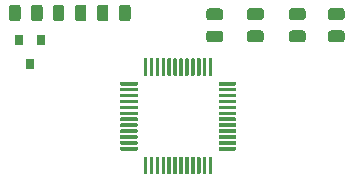
<source format=gbr>
G04 #@! TF.GenerationSoftware,KiCad,Pcbnew,5.1.5*
G04 #@! TF.CreationDate,2020-03-26T20:54:49-05:00*
G04 #@! TF.ProjectId,ADV7123,41445637-3132-4332-9e6b-696361645f70,rev?*
G04 #@! TF.SameCoordinates,Original*
G04 #@! TF.FileFunction,Paste,Top*
G04 #@! TF.FilePolarity,Positive*
%FSLAX46Y46*%
G04 Gerber Fmt 4.6, Leading zero omitted, Abs format (unit mm)*
G04 Created by KiCad (PCBNEW 5.1.5) date 2020-03-26 20:54:49*
%MOMM*%
%LPD*%
G04 APERTURE LIST*
%ADD10C,0.100000*%
%ADD11R,0.800000X0.900000*%
G04 APERTURE END LIST*
D10*
G36*
X132617642Y-56701174D02*
G01*
X132641303Y-56704684D01*
X132664507Y-56710496D01*
X132687029Y-56718554D01*
X132708653Y-56728782D01*
X132729170Y-56741079D01*
X132748383Y-56755329D01*
X132766107Y-56771393D01*
X132782171Y-56789117D01*
X132796421Y-56808330D01*
X132808718Y-56828847D01*
X132818946Y-56850471D01*
X132827004Y-56872993D01*
X132832816Y-56896197D01*
X132836326Y-56919858D01*
X132837500Y-56943750D01*
X132837500Y-57856250D01*
X132836326Y-57880142D01*
X132832816Y-57903803D01*
X132827004Y-57927007D01*
X132818946Y-57949529D01*
X132808718Y-57971153D01*
X132796421Y-57991670D01*
X132782171Y-58010883D01*
X132766107Y-58028607D01*
X132748383Y-58044671D01*
X132729170Y-58058921D01*
X132708653Y-58071218D01*
X132687029Y-58081446D01*
X132664507Y-58089504D01*
X132641303Y-58095316D01*
X132617642Y-58098826D01*
X132593750Y-58100000D01*
X132106250Y-58100000D01*
X132082358Y-58098826D01*
X132058697Y-58095316D01*
X132035493Y-58089504D01*
X132012971Y-58081446D01*
X131991347Y-58071218D01*
X131970830Y-58058921D01*
X131951617Y-58044671D01*
X131933893Y-58028607D01*
X131917829Y-58010883D01*
X131903579Y-57991670D01*
X131891282Y-57971153D01*
X131881054Y-57949529D01*
X131872996Y-57927007D01*
X131867184Y-57903803D01*
X131863674Y-57880142D01*
X131862500Y-57856250D01*
X131862500Y-56943750D01*
X131863674Y-56919858D01*
X131867184Y-56896197D01*
X131872996Y-56872993D01*
X131881054Y-56850471D01*
X131891282Y-56828847D01*
X131903579Y-56808330D01*
X131917829Y-56789117D01*
X131933893Y-56771393D01*
X131951617Y-56755329D01*
X131970830Y-56741079D01*
X131991347Y-56728782D01*
X132012971Y-56718554D01*
X132035493Y-56710496D01*
X132058697Y-56704684D01*
X132082358Y-56701174D01*
X132106250Y-56700000D01*
X132593750Y-56700000D01*
X132617642Y-56701174D01*
G37*
G36*
X130742642Y-56701174D02*
G01*
X130766303Y-56704684D01*
X130789507Y-56710496D01*
X130812029Y-56718554D01*
X130833653Y-56728782D01*
X130854170Y-56741079D01*
X130873383Y-56755329D01*
X130891107Y-56771393D01*
X130907171Y-56789117D01*
X130921421Y-56808330D01*
X130933718Y-56828847D01*
X130943946Y-56850471D01*
X130952004Y-56872993D01*
X130957816Y-56896197D01*
X130961326Y-56919858D01*
X130962500Y-56943750D01*
X130962500Y-57856250D01*
X130961326Y-57880142D01*
X130957816Y-57903803D01*
X130952004Y-57927007D01*
X130943946Y-57949529D01*
X130933718Y-57971153D01*
X130921421Y-57991670D01*
X130907171Y-58010883D01*
X130891107Y-58028607D01*
X130873383Y-58044671D01*
X130854170Y-58058921D01*
X130833653Y-58071218D01*
X130812029Y-58081446D01*
X130789507Y-58089504D01*
X130766303Y-58095316D01*
X130742642Y-58098826D01*
X130718750Y-58100000D01*
X130231250Y-58100000D01*
X130207358Y-58098826D01*
X130183697Y-58095316D01*
X130160493Y-58089504D01*
X130137971Y-58081446D01*
X130116347Y-58071218D01*
X130095830Y-58058921D01*
X130076617Y-58044671D01*
X130058893Y-58028607D01*
X130042829Y-58010883D01*
X130028579Y-57991670D01*
X130016282Y-57971153D01*
X130006054Y-57949529D01*
X129997996Y-57927007D01*
X129992184Y-57903803D01*
X129988674Y-57880142D01*
X129987500Y-57856250D01*
X129987500Y-56943750D01*
X129988674Y-56919858D01*
X129992184Y-56896197D01*
X129997996Y-56872993D01*
X130006054Y-56850471D01*
X130016282Y-56828847D01*
X130028579Y-56808330D01*
X130042829Y-56789117D01*
X130058893Y-56771393D01*
X130076617Y-56755329D01*
X130095830Y-56741079D01*
X130116347Y-56728782D01*
X130137971Y-56718554D01*
X130160493Y-56710496D01*
X130183697Y-56704684D01*
X130207358Y-56701174D01*
X130231250Y-56700000D01*
X130718750Y-56700000D01*
X130742642Y-56701174D01*
G37*
G36*
X134480142Y-56701174D02*
G01*
X134503803Y-56704684D01*
X134527007Y-56710496D01*
X134549529Y-56718554D01*
X134571153Y-56728782D01*
X134591670Y-56741079D01*
X134610883Y-56755329D01*
X134628607Y-56771393D01*
X134644671Y-56789117D01*
X134658921Y-56808330D01*
X134671218Y-56828847D01*
X134681446Y-56850471D01*
X134689504Y-56872993D01*
X134695316Y-56896197D01*
X134698826Y-56919858D01*
X134700000Y-56943750D01*
X134700000Y-57856250D01*
X134698826Y-57880142D01*
X134695316Y-57903803D01*
X134689504Y-57927007D01*
X134681446Y-57949529D01*
X134671218Y-57971153D01*
X134658921Y-57991670D01*
X134644671Y-58010883D01*
X134628607Y-58028607D01*
X134610883Y-58044671D01*
X134591670Y-58058921D01*
X134571153Y-58071218D01*
X134549529Y-58081446D01*
X134527007Y-58089504D01*
X134503803Y-58095316D01*
X134480142Y-58098826D01*
X134456250Y-58100000D01*
X133968750Y-58100000D01*
X133944858Y-58098826D01*
X133921197Y-58095316D01*
X133897993Y-58089504D01*
X133875471Y-58081446D01*
X133853847Y-58071218D01*
X133833330Y-58058921D01*
X133814117Y-58044671D01*
X133796393Y-58028607D01*
X133780329Y-58010883D01*
X133766079Y-57991670D01*
X133753782Y-57971153D01*
X133743554Y-57949529D01*
X133735496Y-57927007D01*
X133729684Y-57903803D01*
X133726174Y-57880142D01*
X133725000Y-57856250D01*
X133725000Y-56943750D01*
X133726174Y-56919858D01*
X133729684Y-56896197D01*
X133735496Y-56872993D01*
X133743554Y-56850471D01*
X133753782Y-56828847D01*
X133766079Y-56808330D01*
X133780329Y-56789117D01*
X133796393Y-56771393D01*
X133814117Y-56755329D01*
X133833330Y-56741079D01*
X133853847Y-56728782D01*
X133875471Y-56718554D01*
X133897993Y-56710496D01*
X133921197Y-56704684D01*
X133944858Y-56701174D01*
X133968750Y-56700000D01*
X134456250Y-56700000D01*
X134480142Y-56701174D01*
G37*
G36*
X136355142Y-56701174D02*
G01*
X136378803Y-56704684D01*
X136402007Y-56710496D01*
X136424529Y-56718554D01*
X136446153Y-56728782D01*
X136466670Y-56741079D01*
X136485883Y-56755329D01*
X136503607Y-56771393D01*
X136519671Y-56789117D01*
X136533921Y-56808330D01*
X136546218Y-56828847D01*
X136556446Y-56850471D01*
X136564504Y-56872993D01*
X136570316Y-56896197D01*
X136573826Y-56919858D01*
X136575000Y-56943750D01*
X136575000Y-57856250D01*
X136573826Y-57880142D01*
X136570316Y-57903803D01*
X136564504Y-57927007D01*
X136556446Y-57949529D01*
X136546218Y-57971153D01*
X136533921Y-57991670D01*
X136519671Y-58010883D01*
X136503607Y-58028607D01*
X136485883Y-58044671D01*
X136466670Y-58058921D01*
X136446153Y-58071218D01*
X136424529Y-58081446D01*
X136402007Y-58089504D01*
X136378803Y-58095316D01*
X136355142Y-58098826D01*
X136331250Y-58100000D01*
X135843750Y-58100000D01*
X135819858Y-58098826D01*
X135796197Y-58095316D01*
X135772993Y-58089504D01*
X135750471Y-58081446D01*
X135728847Y-58071218D01*
X135708330Y-58058921D01*
X135689117Y-58044671D01*
X135671393Y-58028607D01*
X135655329Y-58010883D01*
X135641079Y-57991670D01*
X135628782Y-57971153D01*
X135618554Y-57949529D01*
X135610496Y-57927007D01*
X135604684Y-57903803D01*
X135601174Y-57880142D01*
X135600000Y-57856250D01*
X135600000Y-56943750D01*
X135601174Y-56919858D01*
X135604684Y-56896197D01*
X135610496Y-56872993D01*
X135618554Y-56850471D01*
X135628782Y-56828847D01*
X135641079Y-56808330D01*
X135655329Y-56789117D01*
X135671393Y-56771393D01*
X135689117Y-56755329D01*
X135708330Y-56741079D01*
X135728847Y-56728782D01*
X135750471Y-56718554D01*
X135772993Y-56710496D01*
X135796197Y-56704684D01*
X135819858Y-56701174D01*
X135843750Y-56700000D01*
X136331250Y-56700000D01*
X136355142Y-56701174D01*
G37*
G36*
X147630142Y-57013674D02*
G01*
X147653803Y-57017184D01*
X147677007Y-57022996D01*
X147699529Y-57031054D01*
X147721153Y-57041282D01*
X147741670Y-57053579D01*
X147760883Y-57067829D01*
X147778607Y-57083893D01*
X147794671Y-57101617D01*
X147808921Y-57120830D01*
X147821218Y-57141347D01*
X147831446Y-57162971D01*
X147839504Y-57185493D01*
X147845316Y-57208697D01*
X147848826Y-57232358D01*
X147850000Y-57256250D01*
X147850000Y-57743750D01*
X147848826Y-57767642D01*
X147845316Y-57791303D01*
X147839504Y-57814507D01*
X147831446Y-57837029D01*
X147821218Y-57858653D01*
X147808921Y-57879170D01*
X147794671Y-57898383D01*
X147778607Y-57916107D01*
X147760883Y-57932171D01*
X147741670Y-57946421D01*
X147721153Y-57958718D01*
X147699529Y-57968946D01*
X147677007Y-57977004D01*
X147653803Y-57982816D01*
X147630142Y-57986326D01*
X147606250Y-57987500D01*
X146693750Y-57987500D01*
X146669858Y-57986326D01*
X146646197Y-57982816D01*
X146622993Y-57977004D01*
X146600471Y-57968946D01*
X146578847Y-57958718D01*
X146558330Y-57946421D01*
X146539117Y-57932171D01*
X146521393Y-57916107D01*
X146505329Y-57898383D01*
X146491079Y-57879170D01*
X146478782Y-57858653D01*
X146468554Y-57837029D01*
X146460496Y-57814507D01*
X146454684Y-57791303D01*
X146451174Y-57767642D01*
X146450000Y-57743750D01*
X146450000Y-57256250D01*
X146451174Y-57232358D01*
X146454684Y-57208697D01*
X146460496Y-57185493D01*
X146468554Y-57162971D01*
X146478782Y-57141347D01*
X146491079Y-57120830D01*
X146505329Y-57101617D01*
X146521393Y-57083893D01*
X146539117Y-57067829D01*
X146558330Y-57053579D01*
X146578847Y-57041282D01*
X146600471Y-57031054D01*
X146622993Y-57022996D01*
X146646197Y-57017184D01*
X146669858Y-57013674D01*
X146693750Y-57012500D01*
X147606250Y-57012500D01*
X147630142Y-57013674D01*
G37*
G36*
X147630142Y-58888674D02*
G01*
X147653803Y-58892184D01*
X147677007Y-58897996D01*
X147699529Y-58906054D01*
X147721153Y-58916282D01*
X147741670Y-58928579D01*
X147760883Y-58942829D01*
X147778607Y-58958893D01*
X147794671Y-58976617D01*
X147808921Y-58995830D01*
X147821218Y-59016347D01*
X147831446Y-59037971D01*
X147839504Y-59060493D01*
X147845316Y-59083697D01*
X147848826Y-59107358D01*
X147850000Y-59131250D01*
X147850000Y-59618750D01*
X147848826Y-59642642D01*
X147845316Y-59666303D01*
X147839504Y-59689507D01*
X147831446Y-59712029D01*
X147821218Y-59733653D01*
X147808921Y-59754170D01*
X147794671Y-59773383D01*
X147778607Y-59791107D01*
X147760883Y-59807171D01*
X147741670Y-59821421D01*
X147721153Y-59833718D01*
X147699529Y-59843946D01*
X147677007Y-59852004D01*
X147653803Y-59857816D01*
X147630142Y-59861326D01*
X147606250Y-59862500D01*
X146693750Y-59862500D01*
X146669858Y-59861326D01*
X146646197Y-59857816D01*
X146622993Y-59852004D01*
X146600471Y-59843946D01*
X146578847Y-59833718D01*
X146558330Y-59821421D01*
X146539117Y-59807171D01*
X146521393Y-59791107D01*
X146505329Y-59773383D01*
X146491079Y-59754170D01*
X146478782Y-59733653D01*
X146468554Y-59712029D01*
X146460496Y-59689507D01*
X146454684Y-59666303D01*
X146451174Y-59642642D01*
X146450000Y-59618750D01*
X146450000Y-59131250D01*
X146451174Y-59107358D01*
X146454684Y-59083697D01*
X146460496Y-59060493D01*
X146468554Y-59037971D01*
X146478782Y-59016347D01*
X146491079Y-58995830D01*
X146505329Y-58976617D01*
X146521393Y-58958893D01*
X146539117Y-58942829D01*
X146558330Y-58928579D01*
X146578847Y-58916282D01*
X146600471Y-58906054D01*
X146622993Y-58897996D01*
X146646197Y-58892184D01*
X146669858Y-58888674D01*
X146693750Y-58887500D01*
X147606250Y-58887500D01*
X147630142Y-58888674D01*
G37*
G36*
X144180142Y-58901174D02*
G01*
X144203803Y-58904684D01*
X144227007Y-58910496D01*
X144249529Y-58918554D01*
X144271153Y-58928782D01*
X144291670Y-58941079D01*
X144310883Y-58955329D01*
X144328607Y-58971393D01*
X144344671Y-58989117D01*
X144358921Y-59008330D01*
X144371218Y-59028847D01*
X144381446Y-59050471D01*
X144389504Y-59072993D01*
X144395316Y-59096197D01*
X144398826Y-59119858D01*
X144400000Y-59143750D01*
X144400000Y-59631250D01*
X144398826Y-59655142D01*
X144395316Y-59678803D01*
X144389504Y-59702007D01*
X144381446Y-59724529D01*
X144371218Y-59746153D01*
X144358921Y-59766670D01*
X144344671Y-59785883D01*
X144328607Y-59803607D01*
X144310883Y-59819671D01*
X144291670Y-59833921D01*
X144271153Y-59846218D01*
X144249529Y-59856446D01*
X144227007Y-59864504D01*
X144203803Y-59870316D01*
X144180142Y-59873826D01*
X144156250Y-59875000D01*
X143243750Y-59875000D01*
X143219858Y-59873826D01*
X143196197Y-59870316D01*
X143172993Y-59864504D01*
X143150471Y-59856446D01*
X143128847Y-59846218D01*
X143108330Y-59833921D01*
X143089117Y-59819671D01*
X143071393Y-59803607D01*
X143055329Y-59785883D01*
X143041079Y-59766670D01*
X143028782Y-59746153D01*
X143018554Y-59724529D01*
X143010496Y-59702007D01*
X143004684Y-59678803D01*
X143001174Y-59655142D01*
X143000000Y-59631250D01*
X143000000Y-59143750D01*
X143001174Y-59119858D01*
X143004684Y-59096197D01*
X143010496Y-59072993D01*
X143018554Y-59050471D01*
X143028782Y-59028847D01*
X143041079Y-59008330D01*
X143055329Y-58989117D01*
X143071393Y-58971393D01*
X143089117Y-58955329D01*
X143108330Y-58941079D01*
X143128847Y-58928782D01*
X143150471Y-58918554D01*
X143172993Y-58910496D01*
X143196197Y-58904684D01*
X143219858Y-58901174D01*
X143243750Y-58900000D01*
X144156250Y-58900000D01*
X144180142Y-58901174D01*
G37*
G36*
X144180142Y-57026174D02*
G01*
X144203803Y-57029684D01*
X144227007Y-57035496D01*
X144249529Y-57043554D01*
X144271153Y-57053782D01*
X144291670Y-57066079D01*
X144310883Y-57080329D01*
X144328607Y-57096393D01*
X144344671Y-57114117D01*
X144358921Y-57133330D01*
X144371218Y-57153847D01*
X144381446Y-57175471D01*
X144389504Y-57197993D01*
X144395316Y-57221197D01*
X144398826Y-57244858D01*
X144400000Y-57268750D01*
X144400000Y-57756250D01*
X144398826Y-57780142D01*
X144395316Y-57803803D01*
X144389504Y-57827007D01*
X144381446Y-57849529D01*
X144371218Y-57871153D01*
X144358921Y-57891670D01*
X144344671Y-57910883D01*
X144328607Y-57928607D01*
X144310883Y-57944671D01*
X144291670Y-57958921D01*
X144271153Y-57971218D01*
X144249529Y-57981446D01*
X144227007Y-57989504D01*
X144203803Y-57995316D01*
X144180142Y-57998826D01*
X144156250Y-58000000D01*
X143243750Y-58000000D01*
X143219858Y-57998826D01*
X143196197Y-57995316D01*
X143172993Y-57989504D01*
X143150471Y-57981446D01*
X143128847Y-57971218D01*
X143108330Y-57958921D01*
X143089117Y-57944671D01*
X143071393Y-57928607D01*
X143055329Y-57910883D01*
X143041079Y-57891670D01*
X143028782Y-57871153D01*
X143018554Y-57849529D01*
X143010496Y-57827007D01*
X143004684Y-57803803D01*
X143001174Y-57780142D01*
X143000000Y-57756250D01*
X143000000Y-57268750D01*
X143001174Y-57244858D01*
X143004684Y-57221197D01*
X143010496Y-57197993D01*
X143018554Y-57175471D01*
X143028782Y-57153847D01*
X143041079Y-57133330D01*
X143055329Y-57114117D01*
X143071393Y-57096393D01*
X143089117Y-57080329D01*
X143108330Y-57066079D01*
X143128847Y-57053782D01*
X143150471Y-57043554D01*
X143172993Y-57035496D01*
X143196197Y-57029684D01*
X143219858Y-57026174D01*
X143243750Y-57025000D01*
X144156250Y-57025000D01*
X144180142Y-57026174D01*
G37*
D11*
X129000000Y-59700000D03*
X127100000Y-59700000D03*
X128050000Y-61700000D03*
D10*
G36*
X128917642Y-56701174D02*
G01*
X128941303Y-56704684D01*
X128964507Y-56710496D01*
X128987029Y-56718554D01*
X129008653Y-56728782D01*
X129029170Y-56741079D01*
X129048383Y-56755329D01*
X129066107Y-56771393D01*
X129082171Y-56789117D01*
X129096421Y-56808330D01*
X129108718Y-56828847D01*
X129118946Y-56850471D01*
X129127004Y-56872993D01*
X129132816Y-56896197D01*
X129136326Y-56919858D01*
X129137500Y-56943750D01*
X129137500Y-57856250D01*
X129136326Y-57880142D01*
X129132816Y-57903803D01*
X129127004Y-57927007D01*
X129118946Y-57949529D01*
X129108718Y-57971153D01*
X129096421Y-57991670D01*
X129082171Y-58010883D01*
X129066107Y-58028607D01*
X129048383Y-58044671D01*
X129029170Y-58058921D01*
X129008653Y-58071218D01*
X128987029Y-58081446D01*
X128964507Y-58089504D01*
X128941303Y-58095316D01*
X128917642Y-58098826D01*
X128893750Y-58100000D01*
X128406250Y-58100000D01*
X128382358Y-58098826D01*
X128358697Y-58095316D01*
X128335493Y-58089504D01*
X128312971Y-58081446D01*
X128291347Y-58071218D01*
X128270830Y-58058921D01*
X128251617Y-58044671D01*
X128233893Y-58028607D01*
X128217829Y-58010883D01*
X128203579Y-57991670D01*
X128191282Y-57971153D01*
X128181054Y-57949529D01*
X128172996Y-57927007D01*
X128167184Y-57903803D01*
X128163674Y-57880142D01*
X128162500Y-57856250D01*
X128162500Y-56943750D01*
X128163674Y-56919858D01*
X128167184Y-56896197D01*
X128172996Y-56872993D01*
X128181054Y-56850471D01*
X128191282Y-56828847D01*
X128203579Y-56808330D01*
X128217829Y-56789117D01*
X128233893Y-56771393D01*
X128251617Y-56755329D01*
X128270830Y-56741079D01*
X128291347Y-56728782D01*
X128312971Y-56718554D01*
X128335493Y-56710496D01*
X128358697Y-56704684D01*
X128382358Y-56701174D01*
X128406250Y-56700000D01*
X128893750Y-56700000D01*
X128917642Y-56701174D01*
G37*
G36*
X127042642Y-56701174D02*
G01*
X127066303Y-56704684D01*
X127089507Y-56710496D01*
X127112029Y-56718554D01*
X127133653Y-56728782D01*
X127154170Y-56741079D01*
X127173383Y-56755329D01*
X127191107Y-56771393D01*
X127207171Y-56789117D01*
X127221421Y-56808330D01*
X127233718Y-56828847D01*
X127243946Y-56850471D01*
X127252004Y-56872993D01*
X127257816Y-56896197D01*
X127261326Y-56919858D01*
X127262500Y-56943750D01*
X127262500Y-57856250D01*
X127261326Y-57880142D01*
X127257816Y-57903803D01*
X127252004Y-57927007D01*
X127243946Y-57949529D01*
X127233718Y-57971153D01*
X127221421Y-57991670D01*
X127207171Y-58010883D01*
X127191107Y-58028607D01*
X127173383Y-58044671D01*
X127154170Y-58058921D01*
X127133653Y-58071218D01*
X127112029Y-58081446D01*
X127089507Y-58089504D01*
X127066303Y-58095316D01*
X127042642Y-58098826D01*
X127018750Y-58100000D01*
X126531250Y-58100000D01*
X126507358Y-58098826D01*
X126483697Y-58095316D01*
X126460493Y-58089504D01*
X126437971Y-58081446D01*
X126416347Y-58071218D01*
X126395830Y-58058921D01*
X126376617Y-58044671D01*
X126358893Y-58028607D01*
X126342829Y-58010883D01*
X126328579Y-57991670D01*
X126316282Y-57971153D01*
X126306054Y-57949529D01*
X126297996Y-57927007D01*
X126292184Y-57903803D01*
X126288674Y-57880142D01*
X126287500Y-57856250D01*
X126287500Y-56943750D01*
X126288674Y-56919858D01*
X126292184Y-56896197D01*
X126297996Y-56872993D01*
X126306054Y-56850471D01*
X126316282Y-56828847D01*
X126328579Y-56808330D01*
X126342829Y-56789117D01*
X126358893Y-56771393D01*
X126376617Y-56755329D01*
X126395830Y-56741079D01*
X126416347Y-56728782D01*
X126437971Y-56718554D01*
X126460493Y-56710496D01*
X126483697Y-56704684D01*
X126507358Y-56701174D01*
X126531250Y-56700000D01*
X127018750Y-56700000D01*
X127042642Y-56701174D01*
G37*
G36*
X151180142Y-57013674D02*
G01*
X151203803Y-57017184D01*
X151227007Y-57022996D01*
X151249529Y-57031054D01*
X151271153Y-57041282D01*
X151291670Y-57053579D01*
X151310883Y-57067829D01*
X151328607Y-57083893D01*
X151344671Y-57101617D01*
X151358921Y-57120830D01*
X151371218Y-57141347D01*
X151381446Y-57162971D01*
X151389504Y-57185493D01*
X151395316Y-57208697D01*
X151398826Y-57232358D01*
X151400000Y-57256250D01*
X151400000Y-57743750D01*
X151398826Y-57767642D01*
X151395316Y-57791303D01*
X151389504Y-57814507D01*
X151381446Y-57837029D01*
X151371218Y-57858653D01*
X151358921Y-57879170D01*
X151344671Y-57898383D01*
X151328607Y-57916107D01*
X151310883Y-57932171D01*
X151291670Y-57946421D01*
X151271153Y-57958718D01*
X151249529Y-57968946D01*
X151227007Y-57977004D01*
X151203803Y-57982816D01*
X151180142Y-57986326D01*
X151156250Y-57987500D01*
X150243750Y-57987500D01*
X150219858Y-57986326D01*
X150196197Y-57982816D01*
X150172993Y-57977004D01*
X150150471Y-57968946D01*
X150128847Y-57958718D01*
X150108330Y-57946421D01*
X150089117Y-57932171D01*
X150071393Y-57916107D01*
X150055329Y-57898383D01*
X150041079Y-57879170D01*
X150028782Y-57858653D01*
X150018554Y-57837029D01*
X150010496Y-57814507D01*
X150004684Y-57791303D01*
X150001174Y-57767642D01*
X150000000Y-57743750D01*
X150000000Y-57256250D01*
X150001174Y-57232358D01*
X150004684Y-57208697D01*
X150010496Y-57185493D01*
X150018554Y-57162971D01*
X150028782Y-57141347D01*
X150041079Y-57120830D01*
X150055329Y-57101617D01*
X150071393Y-57083893D01*
X150089117Y-57067829D01*
X150108330Y-57053579D01*
X150128847Y-57041282D01*
X150150471Y-57031054D01*
X150172993Y-57022996D01*
X150196197Y-57017184D01*
X150219858Y-57013674D01*
X150243750Y-57012500D01*
X151156250Y-57012500D01*
X151180142Y-57013674D01*
G37*
G36*
X151180142Y-58888674D02*
G01*
X151203803Y-58892184D01*
X151227007Y-58897996D01*
X151249529Y-58906054D01*
X151271153Y-58916282D01*
X151291670Y-58928579D01*
X151310883Y-58942829D01*
X151328607Y-58958893D01*
X151344671Y-58976617D01*
X151358921Y-58995830D01*
X151371218Y-59016347D01*
X151381446Y-59037971D01*
X151389504Y-59060493D01*
X151395316Y-59083697D01*
X151398826Y-59107358D01*
X151400000Y-59131250D01*
X151400000Y-59618750D01*
X151398826Y-59642642D01*
X151395316Y-59666303D01*
X151389504Y-59689507D01*
X151381446Y-59712029D01*
X151371218Y-59733653D01*
X151358921Y-59754170D01*
X151344671Y-59773383D01*
X151328607Y-59791107D01*
X151310883Y-59807171D01*
X151291670Y-59821421D01*
X151271153Y-59833718D01*
X151249529Y-59843946D01*
X151227007Y-59852004D01*
X151203803Y-59857816D01*
X151180142Y-59861326D01*
X151156250Y-59862500D01*
X150243750Y-59862500D01*
X150219858Y-59861326D01*
X150196197Y-59857816D01*
X150172993Y-59852004D01*
X150150471Y-59843946D01*
X150128847Y-59833718D01*
X150108330Y-59821421D01*
X150089117Y-59807171D01*
X150071393Y-59791107D01*
X150055329Y-59773383D01*
X150041079Y-59754170D01*
X150028782Y-59733653D01*
X150018554Y-59712029D01*
X150010496Y-59689507D01*
X150004684Y-59666303D01*
X150001174Y-59642642D01*
X150000000Y-59618750D01*
X150000000Y-59131250D01*
X150001174Y-59107358D01*
X150004684Y-59083697D01*
X150010496Y-59060493D01*
X150018554Y-59037971D01*
X150028782Y-59016347D01*
X150041079Y-58995830D01*
X150055329Y-58976617D01*
X150071393Y-58958893D01*
X150089117Y-58942829D01*
X150108330Y-58928579D01*
X150128847Y-58916282D01*
X150150471Y-58906054D01*
X150172993Y-58897996D01*
X150196197Y-58892184D01*
X150219858Y-58888674D01*
X150243750Y-58887500D01*
X151156250Y-58887500D01*
X151180142Y-58888674D01*
G37*
G36*
X154480142Y-58888674D02*
G01*
X154503803Y-58892184D01*
X154527007Y-58897996D01*
X154549529Y-58906054D01*
X154571153Y-58916282D01*
X154591670Y-58928579D01*
X154610883Y-58942829D01*
X154628607Y-58958893D01*
X154644671Y-58976617D01*
X154658921Y-58995830D01*
X154671218Y-59016347D01*
X154681446Y-59037971D01*
X154689504Y-59060493D01*
X154695316Y-59083697D01*
X154698826Y-59107358D01*
X154700000Y-59131250D01*
X154700000Y-59618750D01*
X154698826Y-59642642D01*
X154695316Y-59666303D01*
X154689504Y-59689507D01*
X154681446Y-59712029D01*
X154671218Y-59733653D01*
X154658921Y-59754170D01*
X154644671Y-59773383D01*
X154628607Y-59791107D01*
X154610883Y-59807171D01*
X154591670Y-59821421D01*
X154571153Y-59833718D01*
X154549529Y-59843946D01*
X154527007Y-59852004D01*
X154503803Y-59857816D01*
X154480142Y-59861326D01*
X154456250Y-59862500D01*
X153543750Y-59862500D01*
X153519858Y-59861326D01*
X153496197Y-59857816D01*
X153472993Y-59852004D01*
X153450471Y-59843946D01*
X153428847Y-59833718D01*
X153408330Y-59821421D01*
X153389117Y-59807171D01*
X153371393Y-59791107D01*
X153355329Y-59773383D01*
X153341079Y-59754170D01*
X153328782Y-59733653D01*
X153318554Y-59712029D01*
X153310496Y-59689507D01*
X153304684Y-59666303D01*
X153301174Y-59642642D01*
X153300000Y-59618750D01*
X153300000Y-59131250D01*
X153301174Y-59107358D01*
X153304684Y-59083697D01*
X153310496Y-59060493D01*
X153318554Y-59037971D01*
X153328782Y-59016347D01*
X153341079Y-58995830D01*
X153355329Y-58976617D01*
X153371393Y-58958893D01*
X153389117Y-58942829D01*
X153408330Y-58928579D01*
X153428847Y-58916282D01*
X153450471Y-58906054D01*
X153472993Y-58897996D01*
X153496197Y-58892184D01*
X153519858Y-58888674D01*
X153543750Y-58887500D01*
X154456250Y-58887500D01*
X154480142Y-58888674D01*
G37*
G36*
X154480142Y-57013674D02*
G01*
X154503803Y-57017184D01*
X154527007Y-57022996D01*
X154549529Y-57031054D01*
X154571153Y-57041282D01*
X154591670Y-57053579D01*
X154610883Y-57067829D01*
X154628607Y-57083893D01*
X154644671Y-57101617D01*
X154658921Y-57120830D01*
X154671218Y-57141347D01*
X154681446Y-57162971D01*
X154689504Y-57185493D01*
X154695316Y-57208697D01*
X154698826Y-57232358D01*
X154700000Y-57256250D01*
X154700000Y-57743750D01*
X154698826Y-57767642D01*
X154695316Y-57791303D01*
X154689504Y-57814507D01*
X154681446Y-57837029D01*
X154671218Y-57858653D01*
X154658921Y-57879170D01*
X154644671Y-57898383D01*
X154628607Y-57916107D01*
X154610883Y-57932171D01*
X154591670Y-57946421D01*
X154571153Y-57958718D01*
X154549529Y-57968946D01*
X154527007Y-57977004D01*
X154503803Y-57982816D01*
X154480142Y-57986326D01*
X154456250Y-57987500D01*
X153543750Y-57987500D01*
X153519858Y-57986326D01*
X153496197Y-57982816D01*
X153472993Y-57977004D01*
X153450471Y-57968946D01*
X153428847Y-57958718D01*
X153408330Y-57946421D01*
X153389117Y-57932171D01*
X153371393Y-57916107D01*
X153355329Y-57898383D01*
X153341079Y-57879170D01*
X153328782Y-57858653D01*
X153318554Y-57837029D01*
X153310496Y-57814507D01*
X153304684Y-57791303D01*
X153301174Y-57767642D01*
X153300000Y-57743750D01*
X153300000Y-57256250D01*
X153301174Y-57232358D01*
X153304684Y-57208697D01*
X153310496Y-57185493D01*
X153318554Y-57162971D01*
X153328782Y-57141347D01*
X153341079Y-57120830D01*
X153355329Y-57101617D01*
X153371393Y-57083893D01*
X153389117Y-57067829D01*
X153408330Y-57053579D01*
X153428847Y-57041282D01*
X153450471Y-57031054D01*
X153472993Y-57022996D01*
X153496197Y-57017184D01*
X153519858Y-57013674D01*
X153543750Y-57012500D01*
X154456250Y-57012500D01*
X154480142Y-57013674D01*
G37*
G36*
X137932351Y-69575361D02*
G01*
X137939632Y-69576441D01*
X137946771Y-69578229D01*
X137953701Y-69580709D01*
X137960355Y-69583856D01*
X137966668Y-69587640D01*
X137972579Y-69592024D01*
X137978033Y-69596967D01*
X137982976Y-69602421D01*
X137987360Y-69608332D01*
X137991144Y-69614645D01*
X137994291Y-69621299D01*
X137996771Y-69628229D01*
X137998559Y-69635368D01*
X137999639Y-69642649D01*
X138000000Y-69650000D01*
X138000000Y-70975000D01*
X137999639Y-70982351D01*
X137998559Y-70989632D01*
X137996771Y-70996771D01*
X137994291Y-71003701D01*
X137991144Y-71010355D01*
X137987360Y-71016668D01*
X137982976Y-71022579D01*
X137978033Y-71028033D01*
X137972579Y-71032976D01*
X137966668Y-71037360D01*
X137960355Y-71041144D01*
X137953701Y-71044291D01*
X137946771Y-71046771D01*
X137939632Y-71048559D01*
X137932351Y-71049639D01*
X137925000Y-71050000D01*
X137775000Y-71050000D01*
X137767649Y-71049639D01*
X137760368Y-71048559D01*
X137753229Y-71046771D01*
X137746299Y-71044291D01*
X137739645Y-71041144D01*
X137733332Y-71037360D01*
X137727421Y-71032976D01*
X137721967Y-71028033D01*
X137717024Y-71022579D01*
X137712640Y-71016668D01*
X137708856Y-71010355D01*
X137705709Y-71003701D01*
X137703229Y-70996771D01*
X137701441Y-70989632D01*
X137700361Y-70982351D01*
X137700000Y-70975000D01*
X137700000Y-69650000D01*
X137700361Y-69642649D01*
X137701441Y-69635368D01*
X137703229Y-69628229D01*
X137705709Y-69621299D01*
X137708856Y-69614645D01*
X137712640Y-69608332D01*
X137717024Y-69602421D01*
X137721967Y-69596967D01*
X137727421Y-69592024D01*
X137733332Y-69587640D01*
X137739645Y-69583856D01*
X137746299Y-69580709D01*
X137753229Y-69578229D01*
X137760368Y-69576441D01*
X137767649Y-69575361D01*
X137775000Y-69575000D01*
X137925000Y-69575000D01*
X137932351Y-69575361D01*
G37*
G36*
X138432351Y-69575361D02*
G01*
X138439632Y-69576441D01*
X138446771Y-69578229D01*
X138453701Y-69580709D01*
X138460355Y-69583856D01*
X138466668Y-69587640D01*
X138472579Y-69592024D01*
X138478033Y-69596967D01*
X138482976Y-69602421D01*
X138487360Y-69608332D01*
X138491144Y-69614645D01*
X138494291Y-69621299D01*
X138496771Y-69628229D01*
X138498559Y-69635368D01*
X138499639Y-69642649D01*
X138500000Y-69650000D01*
X138500000Y-70975000D01*
X138499639Y-70982351D01*
X138498559Y-70989632D01*
X138496771Y-70996771D01*
X138494291Y-71003701D01*
X138491144Y-71010355D01*
X138487360Y-71016668D01*
X138482976Y-71022579D01*
X138478033Y-71028033D01*
X138472579Y-71032976D01*
X138466668Y-71037360D01*
X138460355Y-71041144D01*
X138453701Y-71044291D01*
X138446771Y-71046771D01*
X138439632Y-71048559D01*
X138432351Y-71049639D01*
X138425000Y-71050000D01*
X138275000Y-71050000D01*
X138267649Y-71049639D01*
X138260368Y-71048559D01*
X138253229Y-71046771D01*
X138246299Y-71044291D01*
X138239645Y-71041144D01*
X138233332Y-71037360D01*
X138227421Y-71032976D01*
X138221967Y-71028033D01*
X138217024Y-71022579D01*
X138212640Y-71016668D01*
X138208856Y-71010355D01*
X138205709Y-71003701D01*
X138203229Y-70996771D01*
X138201441Y-70989632D01*
X138200361Y-70982351D01*
X138200000Y-70975000D01*
X138200000Y-69650000D01*
X138200361Y-69642649D01*
X138201441Y-69635368D01*
X138203229Y-69628229D01*
X138205709Y-69621299D01*
X138208856Y-69614645D01*
X138212640Y-69608332D01*
X138217024Y-69602421D01*
X138221967Y-69596967D01*
X138227421Y-69592024D01*
X138233332Y-69587640D01*
X138239645Y-69583856D01*
X138246299Y-69580709D01*
X138253229Y-69578229D01*
X138260368Y-69576441D01*
X138267649Y-69575361D01*
X138275000Y-69575000D01*
X138425000Y-69575000D01*
X138432351Y-69575361D01*
G37*
G36*
X138932351Y-69575361D02*
G01*
X138939632Y-69576441D01*
X138946771Y-69578229D01*
X138953701Y-69580709D01*
X138960355Y-69583856D01*
X138966668Y-69587640D01*
X138972579Y-69592024D01*
X138978033Y-69596967D01*
X138982976Y-69602421D01*
X138987360Y-69608332D01*
X138991144Y-69614645D01*
X138994291Y-69621299D01*
X138996771Y-69628229D01*
X138998559Y-69635368D01*
X138999639Y-69642649D01*
X139000000Y-69650000D01*
X139000000Y-70975000D01*
X138999639Y-70982351D01*
X138998559Y-70989632D01*
X138996771Y-70996771D01*
X138994291Y-71003701D01*
X138991144Y-71010355D01*
X138987360Y-71016668D01*
X138982976Y-71022579D01*
X138978033Y-71028033D01*
X138972579Y-71032976D01*
X138966668Y-71037360D01*
X138960355Y-71041144D01*
X138953701Y-71044291D01*
X138946771Y-71046771D01*
X138939632Y-71048559D01*
X138932351Y-71049639D01*
X138925000Y-71050000D01*
X138775000Y-71050000D01*
X138767649Y-71049639D01*
X138760368Y-71048559D01*
X138753229Y-71046771D01*
X138746299Y-71044291D01*
X138739645Y-71041144D01*
X138733332Y-71037360D01*
X138727421Y-71032976D01*
X138721967Y-71028033D01*
X138717024Y-71022579D01*
X138712640Y-71016668D01*
X138708856Y-71010355D01*
X138705709Y-71003701D01*
X138703229Y-70996771D01*
X138701441Y-70989632D01*
X138700361Y-70982351D01*
X138700000Y-70975000D01*
X138700000Y-69650000D01*
X138700361Y-69642649D01*
X138701441Y-69635368D01*
X138703229Y-69628229D01*
X138705709Y-69621299D01*
X138708856Y-69614645D01*
X138712640Y-69608332D01*
X138717024Y-69602421D01*
X138721967Y-69596967D01*
X138727421Y-69592024D01*
X138733332Y-69587640D01*
X138739645Y-69583856D01*
X138746299Y-69580709D01*
X138753229Y-69578229D01*
X138760368Y-69576441D01*
X138767649Y-69575361D01*
X138775000Y-69575000D01*
X138925000Y-69575000D01*
X138932351Y-69575361D01*
G37*
G36*
X139432351Y-69575361D02*
G01*
X139439632Y-69576441D01*
X139446771Y-69578229D01*
X139453701Y-69580709D01*
X139460355Y-69583856D01*
X139466668Y-69587640D01*
X139472579Y-69592024D01*
X139478033Y-69596967D01*
X139482976Y-69602421D01*
X139487360Y-69608332D01*
X139491144Y-69614645D01*
X139494291Y-69621299D01*
X139496771Y-69628229D01*
X139498559Y-69635368D01*
X139499639Y-69642649D01*
X139500000Y-69650000D01*
X139500000Y-70975000D01*
X139499639Y-70982351D01*
X139498559Y-70989632D01*
X139496771Y-70996771D01*
X139494291Y-71003701D01*
X139491144Y-71010355D01*
X139487360Y-71016668D01*
X139482976Y-71022579D01*
X139478033Y-71028033D01*
X139472579Y-71032976D01*
X139466668Y-71037360D01*
X139460355Y-71041144D01*
X139453701Y-71044291D01*
X139446771Y-71046771D01*
X139439632Y-71048559D01*
X139432351Y-71049639D01*
X139425000Y-71050000D01*
X139275000Y-71050000D01*
X139267649Y-71049639D01*
X139260368Y-71048559D01*
X139253229Y-71046771D01*
X139246299Y-71044291D01*
X139239645Y-71041144D01*
X139233332Y-71037360D01*
X139227421Y-71032976D01*
X139221967Y-71028033D01*
X139217024Y-71022579D01*
X139212640Y-71016668D01*
X139208856Y-71010355D01*
X139205709Y-71003701D01*
X139203229Y-70996771D01*
X139201441Y-70989632D01*
X139200361Y-70982351D01*
X139200000Y-70975000D01*
X139200000Y-69650000D01*
X139200361Y-69642649D01*
X139201441Y-69635368D01*
X139203229Y-69628229D01*
X139205709Y-69621299D01*
X139208856Y-69614645D01*
X139212640Y-69608332D01*
X139217024Y-69602421D01*
X139221967Y-69596967D01*
X139227421Y-69592024D01*
X139233332Y-69587640D01*
X139239645Y-69583856D01*
X139246299Y-69580709D01*
X139253229Y-69578229D01*
X139260368Y-69576441D01*
X139267649Y-69575361D01*
X139275000Y-69575000D01*
X139425000Y-69575000D01*
X139432351Y-69575361D01*
G37*
G36*
X139932351Y-69575361D02*
G01*
X139939632Y-69576441D01*
X139946771Y-69578229D01*
X139953701Y-69580709D01*
X139960355Y-69583856D01*
X139966668Y-69587640D01*
X139972579Y-69592024D01*
X139978033Y-69596967D01*
X139982976Y-69602421D01*
X139987360Y-69608332D01*
X139991144Y-69614645D01*
X139994291Y-69621299D01*
X139996771Y-69628229D01*
X139998559Y-69635368D01*
X139999639Y-69642649D01*
X140000000Y-69650000D01*
X140000000Y-70975000D01*
X139999639Y-70982351D01*
X139998559Y-70989632D01*
X139996771Y-70996771D01*
X139994291Y-71003701D01*
X139991144Y-71010355D01*
X139987360Y-71016668D01*
X139982976Y-71022579D01*
X139978033Y-71028033D01*
X139972579Y-71032976D01*
X139966668Y-71037360D01*
X139960355Y-71041144D01*
X139953701Y-71044291D01*
X139946771Y-71046771D01*
X139939632Y-71048559D01*
X139932351Y-71049639D01*
X139925000Y-71050000D01*
X139775000Y-71050000D01*
X139767649Y-71049639D01*
X139760368Y-71048559D01*
X139753229Y-71046771D01*
X139746299Y-71044291D01*
X139739645Y-71041144D01*
X139733332Y-71037360D01*
X139727421Y-71032976D01*
X139721967Y-71028033D01*
X139717024Y-71022579D01*
X139712640Y-71016668D01*
X139708856Y-71010355D01*
X139705709Y-71003701D01*
X139703229Y-70996771D01*
X139701441Y-70989632D01*
X139700361Y-70982351D01*
X139700000Y-70975000D01*
X139700000Y-69650000D01*
X139700361Y-69642649D01*
X139701441Y-69635368D01*
X139703229Y-69628229D01*
X139705709Y-69621299D01*
X139708856Y-69614645D01*
X139712640Y-69608332D01*
X139717024Y-69602421D01*
X139721967Y-69596967D01*
X139727421Y-69592024D01*
X139733332Y-69587640D01*
X139739645Y-69583856D01*
X139746299Y-69580709D01*
X139753229Y-69578229D01*
X139760368Y-69576441D01*
X139767649Y-69575361D01*
X139775000Y-69575000D01*
X139925000Y-69575000D01*
X139932351Y-69575361D01*
G37*
G36*
X140432351Y-69575361D02*
G01*
X140439632Y-69576441D01*
X140446771Y-69578229D01*
X140453701Y-69580709D01*
X140460355Y-69583856D01*
X140466668Y-69587640D01*
X140472579Y-69592024D01*
X140478033Y-69596967D01*
X140482976Y-69602421D01*
X140487360Y-69608332D01*
X140491144Y-69614645D01*
X140494291Y-69621299D01*
X140496771Y-69628229D01*
X140498559Y-69635368D01*
X140499639Y-69642649D01*
X140500000Y-69650000D01*
X140500000Y-70975000D01*
X140499639Y-70982351D01*
X140498559Y-70989632D01*
X140496771Y-70996771D01*
X140494291Y-71003701D01*
X140491144Y-71010355D01*
X140487360Y-71016668D01*
X140482976Y-71022579D01*
X140478033Y-71028033D01*
X140472579Y-71032976D01*
X140466668Y-71037360D01*
X140460355Y-71041144D01*
X140453701Y-71044291D01*
X140446771Y-71046771D01*
X140439632Y-71048559D01*
X140432351Y-71049639D01*
X140425000Y-71050000D01*
X140275000Y-71050000D01*
X140267649Y-71049639D01*
X140260368Y-71048559D01*
X140253229Y-71046771D01*
X140246299Y-71044291D01*
X140239645Y-71041144D01*
X140233332Y-71037360D01*
X140227421Y-71032976D01*
X140221967Y-71028033D01*
X140217024Y-71022579D01*
X140212640Y-71016668D01*
X140208856Y-71010355D01*
X140205709Y-71003701D01*
X140203229Y-70996771D01*
X140201441Y-70989632D01*
X140200361Y-70982351D01*
X140200000Y-70975000D01*
X140200000Y-69650000D01*
X140200361Y-69642649D01*
X140201441Y-69635368D01*
X140203229Y-69628229D01*
X140205709Y-69621299D01*
X140208856Y-69614645D01*
X140212640Y-69608332D01*
X140217024Y-69602421D01*
X140221967Y-69596967D01*
X140227421Y-69592024D01*
X140233332Y-69587640D01*
X140239645Y-69583856D01*
X140246299Y-69580709D01*
X140253229Y-69578229D01*
X140260368Y-69576441D01*
X140267649Y-69575361D01*
X140275000Y-69575000D01*
X140425000Y-69575000D01*
X140432351Y-69575361D01*
G37*
G36*
X140932351Y-69575361D02*
G01*
X140939632Y-69576441D01*
X140946771Y-69578229D01*
X140953701Y-69580709D01*
X140960355Y-69583856D01*
X140966668Y-69587640D01*
X140972579Y-69592024D01*
X140978033Y-69596967D01*
X140982976Y-69602421D01*
X140987360Y-69608332D01*
X140991144Y-69614645D01*
X140994291Y-69621299D01*
X140996771Y-69628229D01*
X140998559Y-69635368D01*
X140999639Y-69642649D01*
X141000000Y-69650000D01*
X141000000Y-70975000D01*
X140999639Y-70982351D01*
X140998559Y-70989632D01*
X140996771Y-70996771D01*
X140994291Y-71003701D01*
X140991144Y-71010355D01*
X140987360Y-71016668D01*
X140982976Y-71022579D01*
X140978033Y-71028033D01*
X140972579Y-71032976D01*
X140966668Y-71037360D01*
X140960355Y-71041144D01*
X140953701Y-71044291D01*
X140946771Y-71046771D01*
X140939632Y-71048559D01*
X140932351Y-71049639D01*
X140925000Y-71050000D01*
X140775000Y-71050000D01*
X140767649Y-71049639D01*
X140760368Y-71048559D01*
X140753229Y-71046771D01*
X140746299Y-71044291D01*
X140739645Y-71041144D01*
X140733332Y-71037360D01*
X140727421Y-71032976D01*
X140721967Y-71028033D01*
X140717024Y-71022579D01*
X140712640Y-71016668D01*
X140708856Y-71010355D01*
X140705709Y-71003701D01*
X140703229Y-70996771D01*
X140701441Y-70989632D01*
X140700361Y-70982351D01*
X140700000Y-70975000D01*
X140700000Y-69650000D01*
X140700361Y-69642649D01*
X140701441Y-69635368D01*
X140703229Y-69628229D01*
X140705709Y-69621299D01*
X140708856Y-69614645D01*
X140712640Y-69608332D01*
X140717024Y-69602421D01*
X140721967Y-69596967D01*
X140727421Y-69592024D01*
X140733332Y-69587640D01*
X140739645Y-69583856D01*
X140746299Y-69580709D01*
X140753229Y-69578229D01*
X140760368Y-69576441D01*
X140767649Y-69575361D01*
X140775000Y-69575000D01*
X140925000Y-69575000D01*
X140932351Y-69575361D01*
G37*
G36*
X141432351Y-69575361D02*
G01*
X141439632Y-69576441D01*
X141446771Y-69578229D01*
X141453701Y-69580709D01*
X141460355Y-69583856D01*
X141466668Y-69587640D01*
X141472579Y-69592024D01*
X141478033Y-69596967D01*
X141482976Y-69602421D01*
X141487360Y-69608332D01*
X141491144Y-69614645D01*
X141494291Y-69621299D01*
X141496771Y-69628229D01*
X141498559Y-69635368D01*
X141499639Y-69642649D01*
X141500000Y-69650000D01*
X141500000Y-70975000D01*
X141499639Y-70982351D01*
X141498559Y-70989632D01*
X141496771Y-70996771D01*
X141494291Y-71003701D01*
X141491144Y-71010355D01*
X141487360Y-71016668D01*
X141482976Y-71022579D01*
X141478033Y-71028033D01*
X141472579Y-71032976D01*
X141466668Y-71037360D01*
X141460355Y-71041144D01*
X141453701Y-71044291D01*
X141446771Y-71046771D01*
X141439632Y-71048559D01*
X141432351Y-71049639D01*
X141425000Y-71050000D01*
X141275000Y-71050000D01*
X141267649Y-71049639D01*
X141260368Y-71048559D01*
X141253229Y-71046771D01*
X141246299Y-71044291D01*
X141239645Y-71041144D01*
X141233332Y-71037360D01*
X141227421Y-71032976D01*
X141221967Y-71028033D01*
X141217024Y-71022579D01*
X141212640Y-71016668D01*
X141208856Y-71010355D01*
X141205709Y-71003701D01*
X141203229Y-70996771D01*
X141201441Y-70989632D01*
X141200361Y-70982351D01*
X141200000Y-70975000D01*
X141200000Y-69650000D01*
X141200361Y-69642649D01*
X141201441Y-69635368D01*
X141203229Y-69628229D01*
X141205709Y-69621299D01*
X141208856Y-69614645D01*
X141212640Y-69608332D01*
X141217024Y-69602421D01*
X141221967Y-69596967D01*
X141227421Y-69592024D01*
X141233332Y-69587640D01*
X141239645Y-69583856D01*
X141246299Y-69580709D01*
X141253229Y-69578229D01*
X141260368Y-69576441D01*
X141267649Y-69575361D01*
X141275000Y-69575000D01*
X141425000Y-69575000D01*
X141432351Y-69575361D01*
G37*
G36*
X141932351Y-69575361D02*
G01*
X141939632Y-69576441D01*
X141946771Y-69578229D01*
X141953701Y-69580709D01*
X141960355Y-69583856D01*
X141966668Y-69587640D01*
X141972579Y-69592024D01*
X141978033Y-69596967D01*
X141982976Y-69602421D01*
X141987360Y-69608332D01*
X141991144Y-69614645D01*
X141994291Y-69621299D01*
X141996771Y-69628229D01*
X141998559Y-69635368D01*
X141999639Y-69642649D01*
X142000000Y-69650000D01*
X142000000Y-70975000D01*
X141999639Y-70982351D01*
X141998559Y-70989632D01*
X141996771Y-70996771D01*
X141994291Y-71003701D01*
X141991144Y-71010355D01*
X141987360Y-71016668D01*
X141982976Y-71022579D01*
X141978033Y-71028033D01*
X141972579Y-71032976D01*
X141966668Y-71037360D01*
X141960355Y-71041144D01*
X141953701Y-71044291D01*
X141946771Y-71046771D01*
X141939632Y-71048559D01*
X141932351Y-71049639D01*
X141925000Y-71050000D01*
X141775000Y-71050000D01*
X141767649Y-71049639D01*
X141760368Y-71048559D01*
X141753229Y-71046771D01*
X141746299Y-71044291D01*
X141739645Y-71041144D01*
X141733332Y-71037360D01*
X141727421Y-71032976D01*
X141721967Y-71028033D01*
X141717024Y-71022579D01*
X141712640Y-71016668D01*
X141708856Y-71010355D01*
X141705709Y-71003701D01*
X141703229Y-70996771D01*
X141701441Y-70989632D01*
X141700361Y-70982351D01*
X141700000Y-70975000D01*
X141700000Y-69650000D01*
X141700361Y-69642649D01*
X141701441Y-69635368D01*
X141703229Y-69628229D01*
X141705709Y-69621299D01*
X141708856Y-69614645D01*
X141712640Y-69608332D01*
X141717024Y-69602421D01*
X141721967Y-69596967D01*
X141727421Y-69592024D01*
X141733332Y-69587640D01*
X141739645Y-69583856D01*
X141746299Y-69580709D01*
X141753229Y-69578229D01*
X141760368Y-69576441D01*
X141767649Y-69575361D01*
X141775000Y-69575000D01*
X141925000Y-69575000D01*
X141932351Y-69575361D01*
G37*
G36*
X142432351Y-69575361D02*
G01*
X142439632Y-69576441D01*
X142446771Y-69578229D01*
X142453701Y-69580709D01*
X142460355Y-69583856D01*
X142466668Y-69587640D01*
X142472579Y-69592024D01*
X142478033Y-69596967D01*
X142482976Y-69602421D01*
X142487360Y-69608332D01*
X142491144Y-69614645D01*
X142494291Y-69621299D01*
X142496771Y-69628229D01*
X142498559Y-69635368D01*
X142499639Y-69642649D01*
X142500000Y-69650000D01*
X142500000Y-70975000D01*
X142499639Y-70982351D01*
X142498559Y-70989632D01*
X142496771Y-70996771D01*
X142494291Y-71003701D01*
X142491144Y-71010355D01*
X142487360Y-71016668D01*
X142482976Y-71022579D01*
X142478033Y-71028033D01*
X142472579Y-71032976D01*
X142466668Y-71037360D01*
X142460355Y-71041144D01*
X142453701Y-71044291D01*
X142446771Y-71046771D01*
X142439632Y-71048559D01*
X142432351Y-71049639D01*
X142425000Y-71050000D01*
X142275000Y-71050000D01*
X142267649Y-71049639D01*
X142260368Y-71048559D01*
X142253229Y-71046771D01*
X142246299Y-71044291D01*
X142239645Y-71041144D01*
X142233332Y-71037360D01*
X142227421Y-71032976D01*
X142221967Y-71028033D01*
X142217024Y-71022579D01*
X142212640Y-71016668D01*
X142208856Y-71010355D01*
X142205709Y-71003701D01*
X142203229Y-70996771D01*
X142201441Y-70989632D01*
X142200361Y-70982351D01*
X142200000Y-70975000D01*
X142200000Y-69650000D01*
X142200361Y-69642649D01*
X142201441Y-69635368D01*
X142203229Y-69628229D01*
X142205709Y-69621299D01*
X142208856Y-69614645D01*
X142212640Y-69608332D01*
X142217024Y-69602421D01*
X142221967Y-69596967D01*
X142227421Y-69592024D01*
X142233332Y-69587640D01*
X142239645Y-69583856D01*
X142246299Y-69580709D01*
X142253229Y-69578229D01*
X142260368Y-69576441D01*
X142267649Y-69575361D01*
X142275000Y-69575000D01*
X142425000Y-69575000D01*
X142432351Y-69575361D01*
G37*
G36*
X142932351Y-69575361D02*
G01*
X142939632Y-69576441D01*
X142946771Y-69578229D01*
X142953701Y-69580709D01*
X142960355Y-69583856D01*
X142966668Y-69587640D01*
X142972579Y-69592024D01*
X142978033Y-69596967D01*
X142982976Y-69602421D01*
X142987360Y-69608332D01*
X142991144Y-69614645D01*
X142994291Y-69621299D01*
X142996771Y-69628229D01*
X142998559Y-69635368D01*
X142999639Y-69642649D01*
X143000000Y-69650000D01*
X143000000Y-70975000D01*
X142999639Y-70982351D01*
X142998559Y-70989632D01*
X142996771Y-70996771D01*
X142994291Y-71003701D01*
X142991144Y-71010355D01*
X142987360Y-71016668D01*
X142982976Y-71022579D01*
X142978033Y-71028033D01*
X142972579Y-71032976D01*
X142966668Y-71037360D01*
X142960355Y-71041144D01*
X142953701Y-71044291D01*
X142946771Y-71046771D01*
X142939632Y-71048559D01*
X142932351Y-71049639D01*
X142925000Y-71050000D01*
X142775000Y-71050000D01*
X142767649Y-71049639D01*
X142760368Y-71048559D01*
X142753229Y-71046771D01*
X142746299Y-71044291D01*
X142739645Y-71041144D01*
X142733332Y-71037360D01*
X142727421Y-71032976D01*
X142721967Y-71028033D01*
X142717024Y-71022579D01*
X142712640Y-71016668D01*
X142708856Y-71010355D01*
X142705709Y-71003701D01*
X142703229Y-70996771D01*
X142701441Y-70989632D01*
X142700361Y-70982351D01*
X142700000Y-70975000D01*
X142700000Y-69650000D01*
X142700361Y-69642649D01*
X142701441Y-69635368D01*
X142703229Y-69628229D01*
X142705709Y-69621299D01*
X142708856Y-69614645D01*
X142712640Y-69608332D01*
X142717024Y-69602421D01*
X142721967Y-69596967D01*
X142727421Y-69592024D01*
X142733332Y-69587640D01*
X142739645Y-69583856D01*
X142746299Y-69580709D01*
X142753229Y-69578229D01*
X142760368Y-69576441D01*
X142767649Y-69575361D01*
X142775000Y-69575000D01*
X142925000Y-69575000D01*
X142932351Y-69575361D01*
G37*
G36*
X143432351Y-69575361D02*
G01*
X143439632Y-69576441D01*
X143446771Y-69578229D01*
X143453701Y-69580709D01*
X143460355Y-69583856D01*
X143466668Y-69587640D01*
X143472579Y-69592024D01*
X143478033Y-69596967D01*
X143482976Y-69602421D01*
X143487360Y-69608332D01*
X143491144Y-69614645D01*
X143494291Y-69621299D01*
X143496771Y-69628229D01*
X143498559Y-69635368D01*
X143499639Y-69642649D01*
X143500000Y-69650000D01*
X143500000Y-70975000D01*
X143499639Y-70982351D01*
X143498559Y-70989632D01*
X143496771Y-70996771D01*
X143494291Y-71003701D01*
X143491144Y-71010355D01*
X143487360Y-71016668D01*
X143482976Y-71022579D01*
X143478033Y-71028033D01*
X143472579Y-71032976D01*
X143466668Y-71037360D01*
X143460355Y-71041144D01*
X143453701Y-71044291D01*
X143446771Y-71046771D01*
X143439632Y-71048559D01*
X143432351Y-71049639D01*
X143425000Y-71050000D01*
X143275000Y-71050000D01*
X143267649Y-71049639D01*
X143260368Y-71048559D01*
X143253229Y-71046771D01*
X143246299Y-71044291D01*
X143239645Y-71041144D01*
X143233332Y-71037360D01*
X143227421Y-71032976D01*
X143221967Y-71028033D01*
X143217024Y-71022579D01*
X143212640Y-71016668D01*
X143208856Y-71010355D01*
X143205709Y-71003701D01*
X143203229Y-70996771D01*
X143201441Y-70989632D01*
X143200361Y-70982351D01*
X143200000Y-70975000D01*
X143200000Y-69650000D01*
X143200361Y-69642649D01*
X143201441Y-69635368D01*
X143203229Y-69628229D01*
X143205709Y-69621299D01*
X143208856Y-69614645D01*
X143212640Y-69608332D01*
X143217024Y-69602421D01*
X143221967Y-69596967D01*
X143227421Y-69592024D01*
X143233332Y-69587640D01*
X143239645Y-69583856D01*
X143246299Y-69580709D01*
X143253229Y-69578229D01*
X143260368Y-69576441D01*
X143267649Y-69575361D01*
X143275000Y-69575000D01*
X143425000Y-69575000D01*
X143432351Y-69575361D01*
G37*
G36*
X145432351Y-68750361D02*
G01*
X145439632Y-68751441D01*
X145446771Y-68753229D01*
X145453701Y-68755709D01*
X145460355Y-68758856D01*
X145466668Y-68762640D01*
X145472579Y-68767024D01*
X145478033Y-68771967D01*
X145482976Y-68777421D01*
X145487360Y-68783332D01*
X145491144Y-68789645D01*
X145494291Y-68796299D01*
X145496771Y-68803229D01*
X145498559Y-68810368D01*
X145499639Y-68817649D01*
X145500000Y-68825000D01*
X145500000Y-68975000D01*
X145499639Y-68982351D01*
X145498559Y-68989632D01*
X145496771Y-68996771D01*
X145494291Y-69003701D01*
X145491144Y-69010355D01*
X145487360Y-69016668D01*
X145482976Y-69022579D01*
X145478033Y-69028033D01*
X145472579Y-69032976D01*
X145466668Y-69037360D01*
X145460355Y-69041144D01*
X145453701Y-69044291D01*
X145446771Y-69046771D01*
X145439632Y-69048559D01*
X145432351Y-69049639D01*
X145425000Y-69050000D01*
X144100000Y-69050000D01*
X144092649Y-69049639D01*
X144085368Y-69048559D01*
X144078229Y-69046771D01*
X144071299Y-69044291D01*
X144064645Y-69041144D01*
X144058332Y-69037360D01*
X144052421Y-69032976D01*
X144046967Y-69028033D01*
X144042024Y-69022579D01*
X144037640Y-69016668D01*
X144033856Y-69010355D01*
X144030709Y-69003701D01*
X144028229Y-68996771D01*
X144026441Y-68989632D01*
X144025361Y-68982351D01*
X144025000Y-68975000D01*
X144025000Y-68825000D01*
X144025361Y-68817649D01*
X144026441Y-68810368D01*
X144028229Y-68803229D01*
X144030709Y-68796299D01*
X144033856Y-68789645D01*
X144037640Y-68783332D01*
X144042024Y-68777421D01*
X144046967Y-68771967D01*
X144052421Y-68767024D01*
X144058332Y-68762640D01*
X144064645Y-68758856D01*
X144071299Y-68755709D01*
X144078229Y-68753229D01*
X144085368Y-68751441D01*
X144092649Y-68750361D01*
X144100000Y-68750000D01*
X145425000Y-68750000D01*
X145432351Y-68750361D01*
G37*
G36*
X145432351Y-68250361D02*
G01*
X145439632Y-68251441D01*
X145446771Y-68253229D01*
X145453701Y-68255709D01*
X145460355Y-68258856D01*
X145466668Y-68262640D01*
X145472579Y-68267024D01*
X145478033Y-68271967D01*
X145482976Y-68277421D01*
X145487360Y-68283332D01*
X145491144Y-68289645D01*
X145494291Y-68296299D01*
X145496771Y-68303229D01*
X145498559Y-68310368D01*
X145499639Y-68317649D01*
X145500000Y-68325000D01*
X145500000Y-68475000D01*
X145499639Y-68482351D01*
X145498559Y-68489632D01*
X145496771Y-68496771D01*
X145494291Y-68503701D01*
X145491144Y-68510355D01*
X145487360Y-68516668D01*
X145482976Y-68522579D01*
X145478033Y-68528033D01*
X145472579Y-68532976D01*
X145466668Y-68537360D01*
X145460355Y-68541144D01*
X145453701Y-68544291D01*
X145446771Y-68546771D01*
X145439632Y-68548559D01*
X145432351Y-68549639D01*
X145425000Y-68550000D01*
X144100000Y-68550000D01*
X144092649Y-68549639D01*
X144085368Y-68548559D01*
X144078229Y-68546771D01*
X144071299Y-68544291D01*
X144064645Y-68541144D01*
X144058332Y-68537360D01*
X144052421Y-68532976D01*
X144046967Y-68528033D01*
X144042024Y-68522579D01*
X144037640Y-68516668D01*
X144033856Y-68510355D01*
X144030709Y-68503701D01*
X144028229Y-68496771D01*
X144026441Y-68489632D01*
X144025361Y-68482351D01*
X144025000Y-68475000D01*
X144025000Y-68325000D01*
X144025361Y-68317649D01*
X144026441Y-68310368D01*
X144028229Y-68303229D01*
X144030709Y-68296299D01*
X144033856Y-68289645D01*
X144037640Y-68283332D01*
X144042024Y-68277421D01*
X144046967Y-68271967D01*
X144052421Y-68267024D01*
X144058332Y-68262640D01*
X144064645Y-68258856D01*
X144071299Y-68255709D01*
X144078229Y-68253229D01*
X144085368Y-68251441D01*
X144092649Y-68250361D01*
X144100000Y-68250000D01*
X145425000Y-68250000D01*
X145432351Y-68250361D01*
G37*
G36*
X145432351Y-67750361D02*
G01*
X145439632Y-67751441D01*
X145446771Y-67753229D01*
X145453701Y-67755709D01*
X145460355Y-67758856D01*
X145466668Y-67762640D01*
X145472579Y-67767024D01*
X145478033Y-67771967D01*
X145482976Y-67777421D01*
X145487360Y-67783332D01*
X145491144Y-67789645D01*
X145494291Y-67796299D01*
X145496771Y-67803229D01*
X145498559Y-67810368D01*
X145499639Y-67817649D01*
X145500000Y-67825000D01*
X145500000Y-67975000D01*
X145499639Y-67982351D01*
X145498559Y-67989632D01*
X145496771Y-67996771D01*
X145494291Y-68003701D01*
X145491144Y-68010355D01*
X145487360Y-68016668D01*
X145482976Y-68022579D01*
X145478033Y-68028033D01*
X145472579Y-68032976D01*
X145466668Y-68037360D01*
X145460355Y-68041144D01*
X145453701Y-68044291D01*
X145446771Y-68046771D01*
X145439632Y-68048559D01*
X145432351Y-68049639D01*
X145425000Y-68050000D01*
X144100000Y-68050000D01*
X144092649Y-68049639D01*
X144085368Y-68048559D01*
X144078229Y-68046771D01*
X144071299Y-68044291D01*
X144064645Y-68041144D01*
X144058332Y-68037360D01*
X144052421Y-68032976D01*
X144046967Y-68028033D01*
X144042024Y-68022579D01*
X144037640Y-68016668D01*
X144033856Y-68010355D01*
X144030709Y-68003701D01*
X144028229Y-67996771D01*
X144026441Y-67989632D01*
X144025361Y-67982351D01*
X144025000Y-67975000D01*
X144025000Y-67825000D01*
X144025361Y-67817649D01*
X144026441Y-67810368D01*
X144028229Y-67803229D01*
X144030709Y-67796299D01*
X144033856Y-67789645D01*
X144037640Y-67783332D01*
X144042024Y-67777421D01*
X144046967Y-67771967D01*
X144052421Y-67767024D01*
X144058332Y-67762640D01*
X144064645Y-67758856D01*
X144071299Y-67755709D01*
X144078229Y-67753229D01*
X144085368Y-67751441D01*
X144092649Y-67750361D01*
X144100000Y-67750000D01*
X145425000Y-67750000D01*
X145432351Y-67750361D01*
G37*
G36*
X145432351Y-67250361D02*
G01*
X145439632Y-67251441D01*
X145446771Y-67253229D01*
X145453701Y-67255709D01*
X145460355Y-67258856D01*
X145466668Y-67262640D01*
X145472579Y-67267024D01*
X145478033Y-67271967D01*
X145482976Y-67277421D01*
X145487360Y-67283332D01*
X145491144Y-67289645D01*
X145494291Y-67296299D01*
X145496771Y-67303229D01*
X145498559Y-67310368D01*
X145499639Y-67317649D01*
X145500000Y-67325000D01*
X145500000Y-67475000D01*
X145499639Y-67482351D01*
X145498559Y-67489632D01*
X145496771Y-67496771D01*
X145494291Y-67503701D01*
X145491144Y-67510355D01*
X145487360Y-67516668D01*
X145482976Y-67522579D01*
X145478033Y-67528033D01*
X145472579Y-67532976D01*
X145466668Y-67537360D01*
X145460355Y-67541144D01*
X145453701Y-67544291D01*
X145446771Y-67546771D01*
X145439632Y-67548559D01*
X145432351Y-67549639D01*
X145425000Y-67550000D01*
X144100000Y-67550000D01*
X144092649Y-67549639D01*
X144085368Y-67548559D01*
X144078229Y-67546771D01*
X144071299Y-67544291D01*
X144064645Y-67541144D01*
X144058332Y-67537360D01*
X144052421Y-67532976D01*
X144046967Y-67528033D01*
X144042024Y-67522579D01*
X144037640Y-67516668D01*
X144033856Y-67510355D01*
X144030709Y-67503701D01*
X144028229Y-67496771D01*
X144026441Y-67489632D01*
X144025361Y-67482351D01*
X144025000Y-67475000D01*
X144025000Y-67325000D01*
X144025361Y-67317649D01*
X144026441Y-67310368D01*
X144028229Y-67303229D01*
X144030709Y-67296299D01*
X144033856Y-67289645D01*
X144037640Y-67283332D01*
X144042024Y-67277421D01*
X144046967Y-67271967D01*
X144052421Y-67267024D01*
X144058332Y-67262640D01*
X144064645Y-67258856D01*
X144071299Y-67255709D01*
X144078229Y-67253229D01*
X144085368Y-67251441D01*
X144092649Y-67250361D01*
X144100000Y-67250000D01*
X145425000Y-67250000D01*
X145432351Y-67250361D01*
G37*
G36*
X145432351Y-66750361D02*
G01*
X145439632Y-66751441D01*
X145446771Y-66753229D01*
X145453701Y-66755709D01*
X145460355Y-66758856D01*
X145466668Y-66762640D01*
X145472579Y-66767024D01*
X145478033Y-66771967D01*
X145482976Y-66777421D01*
X145487360Y-66783332D01*
X145491144Y-66789645D01*
X145494291Y-66796299D01*
X145496771Y-66803229D01*
X145498559Y-66810368D01*
X145499639Y-66817649D01*
X145500000Y-66825000D01*
X145500000Y-66975000D01*
X145499639Y-66982351D01*
X145498559Y-66989632D01*
X145496771Y-66996771D01*
X145494291Y-67003701D01*
X145491144Y-67010355D01*
X145487360Y-67016668D01*
X145482976Y-67022579D01*
X145478033Y-67028033D01*
X145472579Y-67032976D01*
X145466668Y-67037360D01*
X145460355Y-67041144D01*
X145453701Y-67044291D01*
X145446771Y-67046771D01*
X145439632Y-67048559D01*
X145432351Y-67049639D01*
X145425000Y-67050000D01*
X144100000Y-67050000D01*
X144092649Y-67049639D01*
X144085368Y-67048559D01*
X144078229Y-67046771D01*
X144071299Y-67044291D01*
X144064645Y-67041144D01*
X144058332Y-67037360D01*
X144052421Y-67032976D01*
X144046967Y-67028033D01*
X144042024Y-67022579D01*
X144037640Y-67016668D01*
X144033856Y-67010355D01*
X144030709Y-67003701D01*
X144028229Y-66996771D01*
X144026441Y-66989632D01*
X144025361Y-66982351D01*
X144025000Y-66975000D01*
X144025000Y-66825000D01*
X144025361Y-66817649D01*
X144026441Y-66810368D01*
X144028229Y-66803229D01*
X144030709Y-66796299D01*
X144033856Y-66789645D01*
X144037640Y-66783332D01*
X144042024Y-66777421D01*
X144046967Y-66771967D01*
X144052421Y-66767024D01*
X144058332Y-66762640D01*
X144064645Y-66758856D01*
X144071299Y-66755709D01*
X144078229Y-66753229D01*
X144085368Y-66751441D01*
X144092649Y-66750361D01*
X144100000Y-66750000D01*
X145425000Y-66750000D01*
X145432351Y-66750361D01*
G37*
G36*
X145432351Y-66250361D02*
G01*
X145439632Y-66251441D01*
X145446771Y-66253229D01*
X145453701Y-66255709D01*
X145460355Y-66258856D01*
X145466668Y-66262640D01*
X145472579Y-66267024D01*
X145478033Y-66271967D01*
X145482976Y-66277421D01*
X145487360Y-66283332D01*
X145491144Y-66289645D01*
X145494291Y-66296299D01*
X145496771Y-66303229D01*
X145498559Y-66310368D01*
X145499639Y-66317649D01*
X145500000Y-66325000D01*
X145500000Y-66475000D01*
X145499639Y-66482351D01*
X145498559Y-66489632D01*
X145496771Y-66496771D01*
X145494291Y-66503701D01*
X145491144Y-66510355D01*
X145487360Y-66516668D01*
X145482976Y-66522579D01*
X145478033Y-66528033D01*
X145472579Y-66532976D01*
X145466668Y-66537360D01*
X145460355Y-66541144D01*
X145453701Y-66544291D01*
X145446771Y-66546771D01*
X145439632Y-66548559D01*
X145432351Y-66549639D01*
X145425000Y-66550000D01*
X144100000Y-66550000D01*
X144092649Y-66549639D01*
X144085368Y-66548559D01*
X144078229Y-66546771D01*
X144071299Y-66544291D01*
X144064645Y-66541144D01*
X144058332Y-66537360D01*
X144052421Y-66532976D01*
X144046967Y-66528033D01*
X144042024Y-66522579D01*
X144037640Y-66516668D01*
X144033856Y-66510355D01*
X144030709Y-66503701D01*
X144028229Y-66496771D01*
X144026441Y-66489632D01*
X144025361Y-66482351D01*
X144025000Y-66475000D01*
X144025000Y-66325000D01*
X144025361Y-66317649D01*
X144026441Y-66310368D01*
X144028229Y-66303229D01*
X144030709Y-66296299D01*
X144033856Y-66289645D01*
X144037640Y-66283332D01*
X144042024Y-66277421D01*
X144046967Y-66271967D01*
X144052421Y-66267024D01*
X144058332Y-66262640D01*
X144064645Y-66258856D01*
X144071299Y-66255709D01*
X144078229Y-66253229D01*
X144085368Y-66251441D01*
X144092649Y-66250361D01*
X144100000Y-66250000D01*
X145425000Y-66250000D01*
X145432351Y-66250361D01*
G37*
G36*
X145432351Y-65750361D02*
G01*
X145439632Y-65751441D01*
X145446771Y-65753229D01*
X145453701Y-65755709D01*
X145460355Y-65758856D01*
X145466668Y-65762640D01*
X145472579Y-65767024D01*
X145478033Y-65771967D01*
X145482976Y-65777421D01*
X145487360Y-65783332D01*
X145491144Y-65789645D01*
X145494291Y-65796299D01*
X145496771Y-65803229D01*
X145498559Y-65810368D01*
X145499639Y-65817649D01*
X145500000Y-65825000D01*
X145500000Y-65975000D01*
X145499639Y-65982351D01*
X145498559Y-65989632D01*
X145496771Y-65996771D01*
X145494291Y-66003701D01*
X145491144Y-66010355D01*
X145487360Y-66016668D01*
X145482976Y-66022579D01*
X145478033Y-66028033D01*
X145472579Y-66032976D01*
X145466668Y-66037360D01*
X145460355Y-66041144D01*
X145453701Y-66044291D01*
X145446771Y-66046771D01*
X145439632Y-66048559D01*
X145432351Y-66049639D01*
X145425000Y-66050000D01*
X144100000Y-66050000D01*
X144092649Y-66049639D01*
X144085368Y-66048559D01*
X144078229Y-66046771D01*
X144071299Y-66044291D01*
X144064645Y-66041144D01*
X144058332Y-66037360D01*
X144052421Y-66032976D01*
X144046967Y-66028033D01*
X144042024Y-66022579D01*
X144037640Y-66016668D01*
X144033856Y-66010355D01*
X144030709Y-66003701D01*
X144028229Y-65996771D01*
X144026441Y-65989632D01*
X144025361Y-65982351D01*
X144025000Y-65975000D01*
X144025000Y-65825000D01*
X144025361Y-65817649D01*
X144026441Y-65810368D01*
X144028229Y-65803229D01*
X144030709Y-65796299D01*
X144033856Y-65789645D01*
X144037640Y-65783332D01*
X144042024Y-65777421D01*
X144046967Y-65771967D01*
X144052421Y-65767024D01*
X144058332Y-65762640D01*
X144064645Y-65758856D01*
X144071299Y-65755709D01*
X144078229Y-65753229D01*
X144085368Y-65751441D01*
X144092649Y-65750361D01*
X144100000Y-65750000D01*
X145425000Y-65750000D01*
X145432351Y-65750361D01*
G37*
G36*
X145432351Y-65250361D02*
G01*
X145439632Y-65251441D01*
X145446771Y-65253229D01*
X145453701Y-65255709D01*
X145460355Y-65258856D01*
X145466668Y-65262640D01*
X145472579Y-65267024D01*
X145478033Y-65271967D01*
X145482976Y-65277421D01*
X145487360Y-65283332D01*
X145491144Y-65289645D01*
X145494291Y-65296299D01*
X145496771Y-65303229D01*
X145498559Y-65310368D01*
X145499639Y-65317649D01*
X145500000Y-65325000D01*
X145500000Y-65475000D01*
X145499639Y-65482351D01*
X145498559Y-65489632D01*
X145496771Y-65496771D01*
X145494291Y-65503701D01*
X145491144Y-65510355D01*
X145487360Y-65516668D01*
X145482976Y-65522579D01*
X145478033Y-65528033D01*
X145472579Y-65532976D01*
X145466668Y-65537360D01*
X145460355Y-65541144D01*
X145453701Y-65544291D01*
X145446771Y-65546771D01*
X145439632Y-65548559D01*
X145432351Y-65549639D01*
X145425000Y-65550000D01*
X144100000Y-65550000D01*
X144092649Y-65549639D01*
X144085368Y-65548559D01*
X144078229Y-65546771D01*
X144071299Y-65544291D01*
X144064645Y-65541144D01*
X144058332Y-65537360D01*
X144052421Y-65532976D01*
X144046967Y-65528033D01*
X144042024Y-65522579D01*
X144037640Y-65516668D01*
X144033856Y-65510355D01*
X144030709Y-65503701D01*
X144028229Y-65496771D01*
X144026441Y-65489632D01*
X144025361Y-65482351D01*
X144025000Y-65475000D01*
X144025000Y-65325000D01*
X144025361Y-65317649D01*
X144026441Y-65310368D01*
X144028229Y-65303229D01*
X144030709Y-65296299D01*
X144033856Y-65289645D01*
X144037640Y-65283332D01*
X144042024Y-65277421D01*
X144046967Y-65271967D01*
X144052421Y-65267024D01*
X144058332Y-65262640D01*
X144064645Y-65258856D01*
X144071299Y-65255709D01*
X144078229Y-65253229D01*
X144085368Y-65251441D01*
X144092649Y-65250361D01*
X144100000Y-65250000D01*
X145425000Y-65250000D01*
X145432351Y-65250361D01*
G37*
G36*
X145432351Y-64750361D02*
G01*
X145439632Y-64751441D01*
X145446771Y-64753229D01*
X145453701Y-64755709D01*
X145460355Y-64758856D01*
X145466668Y-64762640D01*
X145472579Y-64767024D01*
X145478033Y-64771967D01*
X145482976Y-64777421D01*
X145487360Y-64783332D01*
X145491144Y-64789645D01*
X145494291Y-64796299D01*
X145496771Y-64803229D01*
X145498559Y-64810368D01*
X145499639Y-64817649D01*
X145500000Y-64825000D01*
X145500000Y-64975000D01*
X145499639Y-64982351D01*
X145498559Y-64989632D01*
X145496771Y-64996771D01*
X145494291Y-65003701D01*
X145491144Y-65010355D01*
X145487360Y-65016668D01*
X145482976Y-65022579D01*
X145478033Y-65028033D01*
X145472579Y-65032976D01*
X145466668Y-65037360D01*
X145460355Y-65041144D01*
X145453701Y-65044291D01*
X145446771Y-65046771D01*
X145439632Y-65048559D01*
X145432351Y-65049639D01*
X145425000Y-65050000D01*
X144100000Y-65050000D01*
X144092649Y-65049639D01*
X144085368Y-65048559D01*
X144078229Y-65046771D01*
X144071299Y-65044291D01*
X144064645Y-65041144D01*
X144058332Y-65037360D01*
X144052421Y-65032976D01*
X144046967Y-65028033D01*
X144042024Y-65022579D01*
X144037640Y-65016668D01*
X144033856Y-65010355D01*
X144030709Y-65003701D01*
X144028229Y-64996771D01*
X144026441Y-64989632D01*
X144025361Y-64982351D01*
X144025000Y-64975000D01*
X144025000Y-64825000D01*
X144025361Y-64817649D01*
X144026441Y-64810368D01*
X144028229Y-64803229D01*
X144030709Y-64796299D01*
X144033856Y-64789645D01*
X144037640Y-64783332D01*
X144042024Y-64777421D01*
X144046967Y-64771967D01*
X144052421Y-64767024D01*
X144058332Y-64762640D01*
X144064645Y-64758856D01*
X144071299Y-64755709D01*
X144078229Y-64753229D01*
X144085368Y-64751441D01*
X144092649Y-64750361D01*
X144100000Y-64750000D01*
X145425000Y-64750000D01*
X145432351Y-64750361D01*
G37*
G36*
X145432351Y-64250361D02*
G01*
X145439632Y-64251441D01*
X145446771Y-64253229D01*
X145453701Y-64255709D01*
X145460355Y-64258856D01*
X145466668Y-64262640D01*
X145472579Y-64267024D01*
X145478033Y-64271967D01*
X145482976Y-64277421D01*
X145487360Y-64283332D01*
X145491144Y-64289645D01*
X145494291Y-64296299D01*
X145496771Y-64303229D01*
X145498559Y-64310368D01*
X145499639Y-64317649D01*
X145500000Y-64325000D01*
X145500000Y-64475000D01*
X145499639Y-64482351D01*
X145498559Y-64489632D01*
X145496771Y-64496771D01*
X145494291Y-64503701D01*
X145491144Y-64510355D01*
X145487360Y-64516668D01*
X145482976Y-64522579D01*
X145478033Y-64528033D01*
X145472579Y-64532976D01*
X145466668Y-64537360D01*
X145460355Y-64541144D01*
X145453701Y-64544291D01*
X145446771Y-64546771D01*
X145439632Y-64548559D01*
X145432351Y-64549639D01*
X145425000Y-64550000D01*
X144100000Y-64550000D01*
X144092649Y-64549639D01*
X144085368Y-64548559D01*
X144078229Y-64546771D01*
X144071299Y-64544291D01*
X144064645Y-64541144D01*
X144058332Y-64537360D01*
X144052421Y-64532976D01*
X144046967Y-64528033D01*
X144042024Y-64522579D01*
X144037640Y-64516668D01*
X144033856Y-64510355D01*
X144030709Y-64503701D01*
X144028229Y-64496771D01*
X144026441Y-64489632D01*
X144025361Y-64482351D01*
X144025000Y-64475000D01*
X144025000Y-64325000D01*
X144025361Y-64317649D01*
X144026441Y-64310368D01*
X144028229Y-64303229D01*
X144030709Y-64296299D01*
X144033856Y-64289645D01*
X144037640Y-64283332D01*
X144042024Y-64277421D01*
X144046967Y-64271967D01*
X144052421Y-64267024D01*
X144058332Y-64262640D01*
X144064645Y-64258856D01*
X144071299Y-64255709D01*
X144078229Y-64253229D01*
X144085368Y-64251441D01*
X144092649Y-64250361D01*
X144100000Y-64250000D01*
X145425000Y-64250000D01*
X145432351Y-64250361D01*
G37*
G36*
X145432351Y-63750361D02*
G01*
X145439632Y-63751441D01*
X145446771Y-63753229D01*
X145453701Y-63755709D01*
X145460355Y-63758856D01*
X145466668Y-63762640D01*
X145472579Y-63767024D01*
X145478033Y-63771967D01*
X145482976Y-63777421D01*
X145487360Y-63783332D01*
X145491144Y-63789645D01*
X145494291Y-63796299D01*
X145496771Y-63803229D01*
X145498559Y-63810368D01*
X145499639Y-63817649D01*
X145500000Y-63825000D01*
X145500000Y-63975000D01*
X145499639Y-63982351D01*
X145498559Y-63989632D01*
X145496771Y-63996771D01*
X145494291Y-64003701D01*
X145491144Y-64010355D01*
X145487360Y-64016668D01*
X145482976Y-64022579D01*
X145478033Y-64028033D01*
X145472579Y-64032976D01*
X145466668Y-64037360D01*
X145460355Y-64041144D01*
X145453701Y-64044291D01*
X145446771Y-64046771D01*
X145439632Y-64048559D01*
X145432351Y-64049639D01*
X145425000Y-64050000D01*
X144100000Y-64050000D01*
X144092649Y-64049639D01*
X144085368Y-64048559D01*
X144078229Y-64046771D01*
X144071299Y-64044291D01*
X144064645Y-64041144D01*
X144058332Y-64037360D01*
X144052421Y-64032976D01*
X144046967Y-64028033D01*
X144042024Y-64022579D01*
X144037640Y-64016668D01*
X144033856Y-64010355D01*
X144030709Y-64003701D01*
X144028229Y-63996771D01*
X144026441Y-63989632D01*
X144025361Y-63982351D01*
X144025000Y-63975000D01*
X144025000Y-63825000D01*
X144025361Y-63817649D01*
X144026441Y-63810368D01*
X144028229Y-63803229D01*
X144030709Y-63796299D01*
X144033856Y-63789645D01*
X144037640Y-63783332D01*
X144042024Y-63777421D01*
X144046967Y-63771967D01*
X144052421Y-63767024D01*
X144058332Y-63762640D01*
X144064645Y-63758856D01*
X144071299Y-63755709D01*
X144078229Y-63753229D01*
X144085368Y-63751441D01*
X144092649Y-63750361D01*
X144100000Y-63750000D01*
X145425000Y-63750000D01*
X145432351Y-63750361D01*
G37*
G36*
X145432351Y-63250361D02*
G01*
X145439632Y-63251441D01*
X145446771Y-63253229D01*
X145453701Y-63255709D01*
X145460355Y-63258856D01*
X145466668Y-63262640D01*
X145472579Y-63267024D01*
X145478033Y-63271967D01*
X145482976Y-63277421D01*
X145487360Y-63283332D01*
X145491144Y-63289645D01*
X145494291Y-63296299D01*
X145496771Y-63303229D01*
X145498559Y-63310368D01*
X145499639Y-63317649D01*
X145500000Y-63325000D01*
X145500000Y-63475000D01*
X145499639Y-63482351D01*
X145498559Y-63489632D01*
X145496771Y-63496771D01*
X145494291Y-63503701D01*
X145491144Y-63510355D01*
X145487360Y-63516668D01*
X145482976Y-63522579D01*
X145478033Y-63528033D01*
X145472579Y-63532976D01*
X145466668Y-63537360D01*
X145460355Y-63541144D01*
X145453701Y-63544291D01*
X145446771Y-63546771D01*
X145439632Y-63548559D01*
X145432351Y-63549639D01*
X145425000Y-63550000D01*
X144100000Y-63550000D01*
X144092649Y-63549639D01*
X144085368Y-63548559D01*
X144078229Y-63546771D01*
X144071299Y-63544291D01*
X144064645Y-63541144D01*
X144058332Y-63537360D01*
X144052421Y-63532976D01*
X144046967Y-63528033D01*
X144042024Y-63522579D01*
X144037640Y-63516668D01*
X144033856Y-63510355D01*
X144030709Y-63503701D01*
X144028229Y-63496771D01*
X144026441Y-63489632D01*
X144025361Y-63482351D01*
X144025000Y-63475000D01*
X144025000Y-63325000D01*
X144025361Y-63317649D01*
X144026441Y-63310368D01*
X144028229Y-63303229D01*
X144030709Y-63296299D01*
X144033856Y-63289645D01*
X144037640Y-63283332D01*
X144042024Y-63277421D01*
X144046967Y-63271967D01*
X144052421Y-63267024D01*
X144058332Y-63262640D01*
X144064645Y-63258856D01*
X144071299Y-63255709D01*
X144078229Y-63253229D01*
X144085368Y-63251441D01*
X144092649Y-63250361D01*
X144100000Y-63250000D01*
X145425000Y-63250000D01*
X145432351Y-63250361D01*
G37*
G36*
X143432351Y-61250361D02*
G01*
X143439632Y-61251441D01*
X143446771Y-61253229D01*
X143453701Y-61255709D01*
X143460355Y-61258856D01*
X143466668Y-61262640D01*
X143472579Y-61267024D01*
X143478033Y-61271967D01*
X143482976Y-61277421D01*
X143487360Y-61283332D01*
X143491144Y-61289645D01*
X143494291Y-61296299D01*
X143496771Y-61303229D01*
X143498559Y-61310368D01*
X143499639Y-61317649D01*
X143500000Y-61325000D01*
X143500000Y-62650000D01*
X143499639Y-62657351D01*
X143498559Y-62664632D01*
X143496771Y-62671771D01*
X143494291Y-62678701D01*
X143491144Y-62685355D01*
X143487360Y-62691668D01*
X143482976Y-62697579D01*
X143478033Y-62703033D01*
X143472579Y-62707976D01*
X143466668Y-62712360D01*
X143460355Y-62716144D01*
X143453701Y-62719291D01*
X143446771Y-62721771D01*
X143439632Y-62723559D01*
X143432351Y-62724639D01*
X143425000Y-62725000D01*
X143275000Y-62725000D01*
X143267649Y-62724639D01*
X143260368Y-62723559D01*
X143253229Y-62721771D01*
X143246299Y-62719291D01*
X143239645Y-62716144D01*
X143233332Y-62712360D01*
X143227421Y-62707976D01*
X143221967Y-62703033D01*
X143217024Y-62697579D01*
X143212640Y-62691668D01*
X143208856Y-62685355D01*
X143205709Y-62678701D01*
X143203229Y-62671771D01*
X143201441Y-62664632D01*
X143200361Y-62657351D01*
X143200000Y-62650000D01*
X143200000Y-61325000D01*
X143200361Y-61317649D01*
X143201441Y-61310368D01*
X143203229Y-61303229D01*
X143205709Y-61296299D01*
X143208856Y-61289645D01*
X143212640Y-61283332D01*
X143217024Y-61277421D01*
X143221967Y-61271967D01*
X143227421Y-61267024D01*
X143233332Y-61262640D01*
X143239645Y-61258856D01*
X143246299Y-61255709D01*
X143253229Y-61253229D01*
X143260368Y-61251441D01*
X143267649Y-61250361D01*
X143275000Y-61250000D01*
X143425000Y-61250000D01*
X143432351Y-61250361D01*
G37*
G36*
X142932351Y-61250361D02*
G01*
X142939632Y-61251441D01*
X142946771Y-61253229D01*
X142953701Y-61255709D01*
X142960355Y-61258856D01*
X142966668Y-61262640D01*
X142972579Y-61267024D01*
X142978033Y-61271967D01*
X142982976Y-61277421D01*
X142987360Y-61283332D01*
X142991144Y-61289645D01*
X142994291Y-61296299D01*
X142996771Y-61303229D01*
X142998559Y-61310368D01*
X142999639Y-61317649D01*
X143000000Y-61325000D01*
X143000000Y-62650000D01*
X142999639Y-62657351D01*
X142998559Y-62664632D01*
X142996771Y-62671771D01*
X142994291Y-62678701D01*
X142991144Y-62685355D01*
X142987360Y-62691668D01*
X142982976Y-62697579D01*
X142978033Y-62703033D01*
X142972579Y-62707976D01*
X142966668Y-62712360D01*
X142960355Y-62716144D01*
X142953701Y-62719291D01*
X142946771Y-62721771D01*
X142939632Y-62723559D01*
X142932351Y-62724639D01*
X142925000Y-62725000D01*
X142775000Y-62725000D01*
X142767649Y-62724639D01*
X142760368Y-62723559D01*
X142753229Y-62721771D01*
X142746299Y-62719291D01*
X142739645Y-62716144D01*
X142733332Y-62712360D01*
X142727421Y-62707976D01*
X142721967Y-62703033D01*
X142717024Y-62697579D01*
X142712640Y-62691668D01*
X142708856Y-62685355D01*
X142705709Y-62678701D01*
X142703229Y-62671771D01*
X142701441Y-62664632D01*
X142700361Y-62657351D01*
X142700000Y-62650000D01*
X142700000Y-61325000D01*
X142700361Y-61317649D01*
X142701441Y-61310368D01*
X142703229Y-61303229D01*
X142705709Y-61296299D01*
X142708856Y-61289645D01*
X142712640Y-61283332D01*
X142717024Y-61277421D01*
X142721967Y-61271967D01*
X142727421Y-61267024D01*
X142733332Y-61262640D01*
X142739645Y-61258856D01*
X142746299Y-61255709D01*
X142753229Y-61253229D01*
X142760368Y-61251441D01*
X142767649Y-61250361D01*
X142775000Y-61250000D01*
X142925000Y-61250000D01*
X142932351Y-61250361D01*
G37*
G36*
X142432351Y-61250361D02*
G01*
X142439632Y-61251441D01*
X142446771Y-61253229D01*
X142453701Y-61255709D01*
X142460355Y-61258856D01*
X142466668Y-61262640D01*
X142472579Y-61267024D01*
X142478033Y-61271967D01*
X142482976Y-61277421D01*
X142487360Y-61283332D01*
X142491144Y-61289645D01*
X142494291Y-61296299D01*
X142496771Y-61303229D01*
X142498559Y-61310368D01*
X142499639Y-61317649D01*
X142500000Y-61325000D01*
X142500000Y-62650000D01*
X142499639Y-62657351D01*
X142498559Y-62664632D01*
X142496771Y-62671771D01*
X142494291Y-62678701D01*
X142491144Y-62685355D01*
X142487360Y-62691668D01*
X142482976Y-62697579D01*
X142478033Y-62703033D01*
X142472579Y-62707976D01*
X142466668Y-62712360D01*
X142460355Y-62716144D01*
X142453701Y-62719291D01*
X142446771Y-62721771D01*
X142439632Y-62723559D01*
X142432351Y-62724639D01*
X142425000Y-62725000D01*
X142275000Y-62725000D01*
X142267649Y-62724639D01*
X142260368Y-62723559D01*
X142253229Y-62721771D01*
X142246299Y-62719291D01*
X142239645Y-62716144D01*
X142233332Y-62712360D01*
X142227421Y-62707976D01*
X142221967Y-62703033D01*
X142217024Y-62697579D01*
X142212640Y-62691668D01*
X142208856Y-62685355D01*
X142205709Y-62678701D01*
X142203229Y-62671771D01*
X142201441Y-62664632D01*
X142200361Y-62657351D01*
X142200000Y-62650000D01*
X142200000Y-61325000D01*
X142200361Y-61317649D01*
X142201441Y-61310368D01*
X142203229Y-61303229D01*
X142205709Y-61296299D01*
X142208856Y-61289645D01*
X142212640Y-61283332D01*
X142217024Y-61277421D01*
X142221967Y-61271967D01*
X142227421Y-61267024D01*
X142233332Y-61262640D01*
X142239645Y-61258856D01*
X142246299Y-61255709D01*
X142253229Y-61253229D01*
X142260368Y-61251441D01*
X142267649Y-61250361D01*
X142275000Y-61250000D01*
X142425000Y-61250000D01*
X142432351Y-61250361D01*
G37*
G36*
X141932351Y-61250361D02*
G01*
X141939632Y-61251441D01*
X141946771Y-61253229D01*
X141953701Y-61255709D01*
X141960355Y-61258856D01*
X141966668Y-61262640D01*
X141972579Y-61267024D01*
X141978033Y-61271967D01*
X141982976Y-61277421D01*
X141987360Y-61283332D01*
X141991144Y-61289645D01*
X141994291Y-61296299D01*
X141996771Y-61303229D01*
X141998559Y-61310368D01*
X141999639Y-61317649D01*
X142000000Y-61325000D01*
X142000000Y-62650000D01*
X141999639Y-62657351D01*
X141998559Y-62664632D01*
X141996771Y-62671771D01*
X141994291Y-62678701D01*
X141991144Y-62685355D01*
X141987360Y-62691668D01*
X141982976Y-62697579D01*
X141978033Y-62703033D01*
X141972579Y-62707976D01*
X141966668Y-62712360D01*
X141960355Y-62716144D01*
X141953701Y-62719291D01*
X141946771Y-62721771D01*
X141939632Y-62723559D01*
X141932351Y-62724639D01*
X141925000Y-62725000D01*
X141775000Y-62725000D01*
X141767649Y-62724639D01*
X141760368Y-62723559D01*
X141753229Y-62721771D01*
X141746299Y-62719291D01*
X141739645Y-62716144D01*
X141733332Y-62712360D01*
X141727421Y-62707976D01*
X141721967Y-62703033D01*
X141717024Y-62697579D01*
X141712640Y-62691668D01*
X141708856Y-62685355D01*
X141705709Y-62678701D01*
X141703229Y-62671771D01*
X141701441Y-62664632D01*
X141700361Y-62657351D01*
X141700000Y-62650000D01*
X141700000Y-61325000D01*
X141700361Y-61317649D01*
X141701441Y-61310368D01*
X141703229Y-61303229D01*
X141705709Y-61296299D01*
X141708856Y-61289645D01*
X141712640Y-61283332D01*
X141717024Y-61277421D01*
X141721967Y-61271967D01*
X141727421Y-61267024D01*
X141733332Y-61262640D01*
X141739645Y-61258856D01*
X141746299Y-61255709D01*
X141753229Y-61253229D01*
X141760368Y-61251441D01*
X141767649Y-61250361D01*
X141775000Y-61250000D01*
X141925000Y-61250000D01*
X141932351Y-61250361D01*
G37*
G36*
X141432351Y-61250361D02*
G01*
X141439632Y-61251441D01*
X141446771Y-61253229D01*
X141453701Y-61255709D01*
X141460355Y-61258856D01*
X141466668Y-61262640D01*
X141472579Y-61267024D01*
X141478033Y-61271967D01*
X141482976Y-61277421D01*
X141487360Y-61283332D01*
X141491144Y-61289645D01*
X141494291Y-61296299D01*
X141496771Y-61303229D01*
X141498559Y-61310368D01*
X141499639Y-61317649D01*
X141500000Y-61325000D01*
X141500000Y-62650000D01*
X141499639Y-62657351D01*
X141498559Y-62664632D01*
X141496771Y-62671771D01*
X141494291Y-62678701D01*
X141491144Y-62685355D01*
X141487360Y-62691668D01*
X141482976Y-62697579D01*
X141478033Y-62703033D01*
X141472579Y-62707976D01*
X141466668Y-62712360D01*
X141460355Y-62716144D01*
X141453701Y-62719291D01*
X141446771Y-62721771D01*
X141439632Y-62723559D01*
X141432351Y-62724639D01*
X141425000Y-62725000D01*
X141275000Y-62725000D01*
X141267649Y-62724639D01*
X141260368Y-62723559D01*
X141253229Y-62721771D01*
X141246299Y-62719291D01*
X141239645Y-62716144D01*
X141233332Y-62712360D01*
X141227421Y-62707976D01*
X141221967Y-62703033D01*
X141217024Y-62697579D01*
X141212640Y-62691668D01*
X141208856Y-62685355D01*
X141205709Y-62678701D01*
X141203229Y-62671771D01*
X141201441Y-62664632D01*
X141200361Y-62657351D01*
X141200000Y-62650000D01*
X141200000Y-61325000D01*
X141200361Y-61317649D01*
X141201441Y-61310368D01*
X141203229Y-61303229D01*
X141205709Y-61296299D01*
X141208856Y-61289645D01*
X141212640Y-61283332D01*
X141217024Y-61277421D01*
X141221967Y-61271967D01*
X141227421Y-61267024D01*
X141233332Y-61262640D01*
X141239645Y-61258856D01*
X141246299Y-61255709D01*
X141253229Y-61253229D01*
X141260368Y-61251441D01*
X141267649Y-61250361D01*
X141275000Y-61250000D01*
X141425000Y-61250000D01*
X141432351Y-61250361D01*
G37*
G36*
X140932351Y-61250361D02*
G01*
X140939632Y-61251441D01*
X140946771Y-61253229D01*
X140953701Y-61255709D01*
X140960355Y-61258856D01*
X140966668Y-61262640D01*
X140972579Y-61267024D01*
X140978033Y-61271967D01*
X140982976Y-61277421D01*
X140987360Y-61283332D01*
X140991144Y-61289645D01*
X140994291Y-61296299D01*
X140996771Y-61303229D01*
X140998559Y-61310368D01*
X140999639Y-61317649D01*
X141000000Y-61325000D01*
X141000000Y-62650000D01*
X140999639Y-62657351D01*
X140998559Y-62664632D01*
X140996771Y-62671771D01*
X140994291Y-62678701D01*
X140991144Y-62685355D01*
X140987360Y-62691668D01*
X140982976Y-62697579D01*
X140978033Y-62703033D01*
X140972579Y-62707976D01*
X140966668Y-62712360D01*
X140960355Y-62716144D01*
X140953701Y-62719291D01*
X140946771Y-62721771D01*
X140939632Y-62723559D01*
X140932351Y-62724639D01*
X140925000Y-62725000D01*
X140775000Y-62725000D01*
X140767649Y-62724639D01*
X140760368Y-62723559D01*
X140753229Y-62721771D01*
X140746299Y-62719291D01*
X140739645Y-62716144D01*
X140733332Y-62712360D01*
X140727421Y-62707976D01*
X140721967Y-62703033D01*
X140717024Y-62697579D01*
X140712640Y-62691668D01*
X140708856Y-62685355D01*
X140705709Y-62678701D01*
X140703229Y-62671771D01*
X140701441Y-62664632D01*
X140700361Y-62657351D01*
X140700000Y-62650000D01*
X140700000Y-61325000D01*
X140700361Y-61317649D01*
X140701441Y-61310368D01*
X140703229Y-61303229D01*
X140705709Y-61296299D01*
X140708856Y-61289645D01*
X140712640Y-61283332D01*
X140717024Y-61277421D01*
X140721967Y-61271967D01*
X140727421Y-61267024D01*
X140733332Y-61262640D01*
X140739645Y-61258856D01*
X140746299Y-61255709D01*
X140753229Y-61253229D01*
X140760368Y-61251441D01*
X140767649Y-61250361D01*
X140775000Y-61250000D01*
X140925000Y-61250000D01*
X140932351Y-61250361D01*
G37*
G36*
X140432351Y-61250361D02*
G01*
X140439632Y-61251441D01*
X140446771Y-61253229D01*
X140453701Y-61255709D01*
X140460355Y-61258856D01*
X140466668Y-61262640D01*
X140472579Y-61267024D01*
X140478033Y-61271967D01*
X140482976Y-61277421D01*
X140487360Y-61283332D01*
X140491144Y-61289645D01*
X140494291Y-61296299D01*
X140496771Y-61303229D01*
X140498559Y-61310368D01*
X140499639Y-61317649D01*
X140500000Y-61325000D01*
X140500000Y-62650000D01*
X140499639Y-62657351D01*
X140498559Y-62664632D01*
X140496771Y-62671771D01*
X140494291Y-62678701D01*
X140491144Y-62685355D01*
X140487360Y-62691668D01*
X140482976Y-62697579D01*
X140478033Y-62703033D01*
X140472579Y-62707976D01*
X140466668Y-62712360D01*
X140460355Y-62716144D01*
X140453701Y-62719291D01*
X140446771Y-62721771D01*
X140439632Y-62723559D01*
X140432351Y-62724639D01*
X140425000Y-62725000D01*
X140275000Y-62725000D01*
X140267649Y-62724639D01*
X140260368Y-62723559D01*
X140253229Y-62721771D01*
X140246299Y-62719291D01*
X140239645Y-62716144D01*
X140233332Y-62712360D01*
X140227421Y-62707976D01*
X140221967Y-62703033D01*
X140217024Y-62697579D01*
X140212640Y-62691668D01*
X140208856Y-62685355D01*
X140205709Y-62678701D01*
X140203229Y-62671771D01*
X140201441Y-62664632D01*
X140200361Y-62657351D01*
X140200000Y-62650000D01*
X140200000Y-61325000D01*
X140200361Y-61317649D01*
X140201441Y-61310368D01*
X140203229Y-61303229D01*
X140205709Y-61296299D01*
X140208856Y-61289645D01*
X140212640Y-61283332D01*
X140217024Y-61277421D01*
X140221967Y-61271967D01*
X140227421Y-61267024D01*
X140233332Y-61262640D01*
X140239645Y-61258856D01*
X140246299Y-61255709D01*
X140253229Y-61253229D01*
X140260368Y-61251441D01*
X140267649Y-61250361D01*
X140275000Y-61250000D01*
X140425000Y-61250000D01*
X140432351Y-61250361D01*
G37*
G36*
X139932351Y-61250361D02*
G01*
X139939632Y-61251441D01*
X139946771Y-61253229D01*
X139953701Y-61255709D01*
X139960355Y-61258856D01*
X139966668Y-61262640D01*
X139972579Y-61267024D01*
X139978033Y-61271967D01*
X139982976Y-61277421D01*
X139987360Y-61283332D01*
X139991144Y-61289645D01*
X139994291Y-61296299D01*
X139996771Y-61303229D01*
X139998559Y-61310368D01*
X139999639Y-61317649D01*
X140000000Y-61325000D01*
X140000000Y-62650000D01*
X139999639Y-62657351D01*
X139998559Y-62664632D01*
X139996771Y-62671771D01*
X139994291Y-62678701D01*
X139991144Y-62685355D01*
X139987360Y-62691668D01*
X139982976Y-62697579D01*
X139978033Y-62703033D01*
X139972579Y-62707976D01*
X139966668Y-62712360D01*
X139960355Y-62716144D01*
X139953701Y-62719291D01*
X139946771Y-62721771D01*
X139939632Y-62723559D01*
X139932351Y-62724639D01*
X139925000Y-62725000D01*
X139775000Y-62725000D01*
X139767649Y-62724639D01*
X139760368Y-62723559D01*
X139753229Y-62721771D01*
X139746299Y-62719291D01*
X139739645Y-62716144D01*
X139733332Y-62712360D01*
X139727421Y-62707976D01*
X139721967Y-62703033D01*
X139717024Y-62697579D01*
X139712640Y-62691668D01*
X139708856Y-62685355D01*
X139705709Y-62678701D01*
X139703229Y-62671771D01*
X139701441Y-62664632D01*
X139700361Y-62657351D01*
X139700000Y-62650000D01*
X139700000Y-61325000D01*
X139700361Y-61317649D01*
X139701441Y-61310368D01*
X139703229Y-61303229D01*
X139705709Y-61296299D01*
X139708856Y-61289645D01*
X139712640Y-61283332D01*
X139717024Y-61277421D01*
X139721967Y-61271967D01*
X139727421Y-61267024D01*
X139733332Y-61262640D01*
X139739645Y-61258856D01*
X139746299Y-61255709D01*
X139753229Y-61253229D01*
X139760368Y-61251441D01*
X139767649Y-61250361D01*
X139775000Y-61250000D01*
X139925000Y-61250000D01*
X139932351Y-61250361D01*
G37*
G36*
X139432351Y-61250361D02*
G01*
X139439632Y-61251441D01*
X139446771Y-61253229D01*
X139453701Y-61255709D01*
X139460355Y-61258856D01*
X139466668Y-61262640D01*
X139472579Y-61267024D01*
X139478033Y-61271967D01*
X139482976Y-61277421D01*
X139487360Y-61283332D01*
X139491144Y-61289645D01*
X139494291Y-61296299D01*
X139496771Y-61303229D01*
X139498559Y-61310368D01*
X139499639Y-61317649D01*
X139500000Y-61325000D01*
X139500000Y-62650000D01*
X139499639Y-62657351D01*
X139498559Y-62664632D01*
X139496771Y-62671771D01*
X139494291Y-62678701D01*
X139491144Y-62685355D01*
X139487360Y-62691668D01*
X139482976Y-62697579D01*
X139478033Y-62703033D01*
X139472579Y-62707976D01*
X139466668Y-62712360D01*
X139460355Y-62716144D01*
X139453701Y-62719291D01*
X139446771Y-62721771D01*
X139439632Y-62723559D01*
X139432351Y-62724639D01*
X139425000Y-62725000D01*
X139275000Y-62725000D01*
X139267649Y-62724639D01*
X139260368Y-62723559D01*
X139253229Y-62721771D01*
X139246299Y-62719291D01*
X139239645Y-62716144D01*
X139233332Y-62712360D01*
X139227421Y-62707976D01*
X139221967Y-62703033D01*
X139217024Y-62697579D01*
X139212640Y-62691668D01*
X139208856Y-62685355D01*
X139205709Y-62678701D01*
X139203229Y-62671771D01*
X139201441Y-62664632D01*
X139200361Y-62657351D01*
X139200000Y-62650000D01*
X139200000Y-61325000D01*
X139200361Y-61317649D01*
X139201441Y-61310368D01*
X139203229Y-61303229D01*
X139205709Y-61296299D01*
X139208856Y-61289645D01*
X139212640Y-61283332D01*
X139217024Y-61277421D01*
X139221967Y-61271967D01*
X139227421Y-61267024D01*
X139233332Y-61262640D01*
X139239645Y-61258856D01*
X139246299Y-61255709D01*
X139253229Y-61253229D01*
X139260368Y-61251441D01*
X139267649Y-61250361D01*
X139275000Y-61250000D01*
X139425000Y-61250000D01*
X139432351Y-61250361D01*
G37*
G36*
X138932351Y-61250361D02*
G01*
X138939632Y-61251441D01*
X138946771Y-61253229D01*
X138953701Y-61255709D01*
X138960355Y-61258856D01*
X138966668Y-61262640D01*
X138972579Y-61267024D01*
X138978033Y-61271967D01*
X138982976Y-61277421D01*
X138987360Y-61283332D01*
X138991144Y-61289645D01*
X138994291Y-61296299D01*
X138996771Y-61303229D01*
X138998559Y-61310368D01*
X138999639Y-61317649D01*
X139000000Y-61325000D01*
X139000000Y-62650000D01*
X138999639Y-62657351D01*
X138998559Y-62664632D01*
X138996771Y-62671771D01*
X138994291Y-62678701D01*
X138991144Y-62685355D01*
X138987360Y-62691668D01*
X138982976Y-62697579D01*
X138978033Y-62703033D01*
X138972579Y-62707976D01*
X138966668Y-62712360D01*
X138960355Y-62716144D01*
X138953701Y-62719291D01*
X138946771Y-62721771D01*
X138939632Y-62723559D01*
X138932351Y-62724639D01*
X138925000Y-62725000D01*
X138775000Y-62725000D01*
X138767649Y-62724639D01*
X138760368Y-62723559D01*
X138753229Y-62721771D01*
X138746299Y-62719291D01*
X138739645Y-62716144D01*
X138733332Y-62712360D01*
X138727421Y-62707976D01*
X138721967Y-62703033D01*
X138717024Y-62697579D01*
X138712640Y-62691668D01*
X138708856Y-62685355D01*
X138705709Y-62678701D01*
X138703229Y-62671771D01*
X138701441Y-62664632D01*
X138700361Y-62657351D01*
X138700000Y-62650000D01*
X138700000Y-61325000D01*
X138700361Y-61317649D01*
X138701441Y-61310368D01*
X138703229Y-61303229D01*
X138705709Y-61296299D01*
X138708856Y-61289645D01*
X138712640Y-61283332D01*
X138717024Y-61277421D01*
X138721967Y-61271967D01*
X138727421Y-61267024D01*
X138733332Y-61262640D01*
X138739645Y-61258856D01*
X138746299Y-61255709D01*
X138753229Y-61253229D01*
X138760368Y-61251441D01*
X138767649Y-61250361D01*
X138775000Y-61250000D01*
X138925000Y-61250000D01*
X138932351Y-61250361D01*
G37*
G36*
X138432351Y-61250361D02*
G01*
X138439632Y-61251441D01*
X138446771Y-61253229D01*
X138453701Y-61255709D01*
X138460355Y-61258856D01*
X138466668Y-61262640D01*
X138472579Y-61267024D01*
X138478033Y-61271967D01*
X138482976Y-61277421D01*
X138487360Y-61283332D01*
X138491144Y-61289645D01*
X138494291Y-61296299D01*
X138496771Y-61303229D01*
X138498559Y-61310368D01*
X138499639Y-61317649D01*
X138500000Y-61325000D01*
X138500000Y-62650000D01*
X138499639Y-62657351D01*
X138498559Y-62664632D01*
X138496771Y-62671771D01*
X138494291Y-62678701D01*
X138491144Y-62685355D01*
X138487360Y-62691668D01*
X138482976Y-62697579D01*
X138478033Y-62703033D01*
X138472579Y-62707976D01*
X138466668Y-62712360D01*
X138460355Y-62716144D01*
X138453701Y-62719291D01*
X138446771Y-62721771D01*
X138439632Y-62723559D01*
X138432351Y-62724639D01*
X138425000Y-62725000D01*
X138275000Y-62725000D01*
X138267649Y-62724639D01*
X138260368Y-62723559D01*
X138253229Y-62721771D01*
X138246299Y-62719291D01*
X138239645Y-62716144D01*
X138233332Y-62712360D01*
X138227421Y-62707976D01*
X138221967Y-62703033D01*
X138217024Y-62697579D01*
X138212640Y-62691668D01*
X138208856Y-62685355D01*
X138205709Y-62678701D01*
X138203229Y-62671771D01*
X138201441Y-62664632D01*
X138200361Y-62657351D01*
X138200000Y-62650000D01*
X138200000Y-61325000D01*
X138200361Y-61317649D01*
X138201441Y-61310368D01*
X138203229Y-61303229D01*
X138205709Y-61296299D01*
X138208856Y-61289645D01*
X138212640Y-61283332D01*
X138217024Y-61277421D01*
X138221967Y-61271967D01*
X138227421Y-61267024D01*
X138233332Y-61262640D01*
X138239645Y-61258856D01*
X138246299Y-61255709D01*
X138253229Y-61253229D01*
X138260368Y-61251441D01*
X138267649Y-61250361D01*
X138275000Y-61250000D01*
X138425000Y-61250000D01*
X138432351Y-61250361D01*
G37*
G36*
X137932351Y-61250361D02*
G01*
X137939632Y-61251441D01*
X137946771Y-61253229D01*
X137953701Y-61255709D01*
X137960355Y-61258856D01*
X137966668Y-61262640D01*
X137972579Y-61267024D01*
X137978033Y-61271967D01*
X137982976Y-61277421D01*
X137987360Y-61283332D01*
X137991144Y-61289645D01*
X137994291Y-61296299D01*
X137996771Y-61303229D01*
X137998559Y-61310368D01*
X137999639Y-61317649D01*
X138000000Y-61325000D01*
X138000000Y-62650000D01*
X137999639Y-62657351D01*
X137998559Y-62664632D01*
X137996771Y-62671771D01*
X137994291Y-62678701D01*
X137991144Y-62685355D01*
X137987360Y-62691668D01*
X137982976Y-62697579D01*
X137978033Y-62703033D01*
X137972579Y-62707976D01*
X137966668Y-62712360D01*
X137960355Y-62716144D01*
X137953701Y-62719291D01*
X137946771Y-62721771D01*
X137939632Y-62723559D01*
X137932351Y-62724639D01*
X137925000Y-62725000D01*
X137775000Y-62725000D01*
X137767649Y-62724639D01*
X137760368Y-62723559D01*
X137753229Y-62721771D01*
X137746299Y-62719291D01*
X137739645Y-62716144D01*
X137733332Y-62712360D01*
X137727421Y-62707976D01*
X137721967Y-62703033D01*
X137717024Y-62697579D01*
X137712640Y-62691668D01*
X137708856Y-62685355D01*
X137705709Y-62678701D01*
X137703229Y-62671771D01*
X137701441Y-62664632D01*
X137700361Y-62657351D01*
X137700000Y-62650000D01*
X137700000Y-61325000D01*
X137700361Y-61317649D01*
X137701441Y-61310368D01*
X137703229Y-61303229D01*
X137705709Y-61296299D01*
X137708856Y-61289645D01*
X137712640Y-61283332D01*
X137717024Y-61277421D01*
X137721967Y-61271967D01*
X137727421Y-61267024D01*
X137733332Y-61262640D01*
X137739645Y-61258856D01*
X137746299Y-61255709D01*
X137753229Y-61253229D01*
X137760368Y-61251441D01*
X137767649Y-61250361D01*
X137775000Y-61250000D01*
X137925000Y-61250000D01*
X137932351Y-61250361D01*
G37*
G36*
X137107351Y-63250361D02*
G01*
X137114632Y-63251441D01*
X137121771Y-63253229D01*
X137128701Y-63255709D01*
X137135355Y-63258856D01*
X137141668Y-63262640D01*
X137147579Y-63267024D01*
X137153033Y-63271967D01*
X137157976Y-63277421D01*
X137162360Y-63283332D01*
X137166144Y-63289645D01*
X137169291Y-63296299D01*
X137171771Y-63303229D01*
X137173559Y-63310368D01*
X137174639Y-63317649D01*
X137175000Y-63325000D01*
X137175000Y-63475000D01*
X137174639Y-63482351D01*
X137173559Y-63489632D01*
X137171771Y-63496771D01*
X137169291Y-63503701D01*
X137166144Y-63510355D01*
X137162360Y-63516668D01*
X137157976Y-63522579D01*
X137153033Y-63528033D01*
X137147579Y-63532976D01*
X137141668Y-63537360D01*
X137135355Y-63541144D01*
X137128701Y-63544291D01*
X137121771Y-63546771D01*
X137114632Y-63548559D01*
X137107351Y-63549639D01*
X137100000Y-63550000D01*
X135775000Y-63550000D01*
X135767649Y-63549639D01*
X135760368Y-63548559D01*
X135753229Y-63546771D01*
X135746299Y-63544291D01*
X135739645Y-63541144D01*
X135733332Y-63537360D01*
X135727421Y-63532976D01*
X135721967Y-63528033D01*
X135717024Y-63522579D01*
X135712640Y-63516668D01*
X135708856Y-63510355D01*
X135705709Y-63503701D01*
X135703229Y-63496771D01*
X135701441Y-63489632D01*
X135700361Y-63482351D01*
X135700000Y-63475000D01*
X135700000Y-63325000D01*
X135700361Y-63317649D01*
X135701441Y-63310368D01*
X135703229Y-63303229D01*
X135705709Y-63296299D01*
X135708856Y-63289645D01*
X135712640Y-63283332D01*
X135717024Y-63277421D01*
X135721967Y-63271967D01*
X135727421Y-63267024D01*
X135733332Y-63262640D01*
X135739645Y-63258856D01*
X135746299Y-63255709D01*
X135753229Y-63253229D01*
X135760368Y-63251441D01*
X135767649Y-63250361D01*
X135775000Y-63250000D01*
X137100000Y-63250000D01*
X137107351Y-63250361D01*
G37*
G36*
X137107351Y-63750361D02*
G01*
X137114632Y-63751441D01*
X137121771Y-63753229D01*
X137128701Y-63755709D01*
X137135355Y-63758856D01*
X137141668Y-63762640D01*
X137147579Y-63767024D01*
X137153033Y-63771967D01*
X137157976Y-63777421D01*
X137162360Y-63783332D01*
X137166144Y-63789645D01*
X137169291Y-63796299D01*
X137171771Y-63803229D01*
X137173559Y-63810368D01*
X137174639Y-63817649D01*
X137175000Y-63825000D01*
X137175000Y-63975000D01*
X137174639Y-63982351D01*
X137173559Y-63989632D01*
X137171771Y-63996771D01*
X137169291Y-64003701D01*
X137166144Y-64010355D01*
X137162360Y-64016668D01*
X137157976Y-64022579D01*
X137153033Y-64028033D01*
X137147579Y-64032976D01*
X137141668Y-64037360D01*
X137135355Y-64041144D01*
X137128701Y-64044291D01*
X137121771Y-64046771D01*
X137114632Y-64048559D01*
X137107351Y-64049639D01*
X137100000Y-64050000D01*
X135775000Y-64050000D01*
X135767649Y-64049639D01*
X135760368Y-64048559D01*
X135753229Y-64046771D01*
X135746299Y-64044291D01*
X135739645Y-64041144D01*
X135733332Y-64037360D01*
X135727421Y-64032976D01*
X135721967Y-64028033D01*
X135717024Y-64022579D01*
X135712640Y-64016668D01*
X135708856Y-64010355D01*
X135705709Y-64003701D01*
X135703229Y-63996771D01*
X135701441Y-63989632D01*
X135700361Y-63982351D01*
X135700000Y-63975000D01*
X135700000Y-63825000D01*
X135700361Y-63817649D01*
X135701441Y-63810368D01*
X135703229Y-63803229D01*
X135705709Y-63796299D01*
X135708856Y-63789645D01*
X135712640Y-63783332D01*
X135717024Y-63777421D01*
X135721967Y-63771967D01*
X135727421Y-63767024D01*
X135733332Y-63762640D01*
X135739645Y-63758856D01*
X135746299Y-63755709D01*
X135753229Y-63753229D01*
X135760368Y-63751441D01*
X135767649Y-63750361D01*
X135775000Y-63750000D01*
X137100000Y-63750000D01*
X137107351Y-63750361D01*
G37*
G36*
X137107351Y-64250361D02*
G01*
X137114632Y-64251441D01*
X137121771Y-64253229D01*
X137128701Y-64255709D01*
X137135355Y-64258856D01*
X137141668Y-64262640D01*
X137147579Y-64267024D01*
X137153033Y-64271967D01*
X137157976Y-64277421D01*
X137162360Y-64283332D01*
X137166144Y-64289645D01*
X137169291Y-64296299D01*
X137171771Y-64303229D01*
X137173559Y-64310368D01*
X137174639Y-64317649D01*
X137175000Y-64325000D01*
X137175000Y-64475000D01*
X137174639Y-64482351D01*
X137173559Y-64489632D01*
X137171771Y-64496771D01*
X137169291Y-64503701D01*
X137166144Y-64510355D01*
X137162360Y-64516668D01*
X137157976Y-64522579D01*
X137153033Y-64528033D01*
X137147579Y-64532976D01*
X137141668Y-64537360D01*
X137135355Y-64541144D01*
X137128701Y-64544291D01*
X137121771Y-64546771D01*
X137114632Y-64548559D01*
X137107351Y-64549639D01*
X137100000Y-64550000D01*
X135775000Y-64550000D01*
X135767649Y-64549639D01*
X135760368Y-64548559D01*
X135753229Y-64546771D01*
X135746299Y-64544291D01*
X135739645Y-64541144D01*
X135733332Y-64537360D01*
X135727421Y-64532976D01*
X135721967Y-64528033D01*
X135717024Y-64522579D01*
X135712640Y-64516668D01*
X135708856Y-64510355D01*
X135705709Y-64503701D01*
X135703229Y-64496771D01*
X135701441Y-64489632D01*
X135700361Y-64482351D01*
X135700000Y-64475000D01*
X135700000Y-64325000D01*
X135700361Y-64317649D01*
X135701441Y-64310368D01*
X135703229Y-64303229D01*
X135705709Y-64296299D01*
X135708856Y-64289645D01*
X135712640Y-64283332D01*
X135717024Y-64277421D01*
X135721967Y-64271967D01*
X135727421Y-64267024D01*
X135733332Y-64262640D01*
X135739645Y-64258856D01*
X135746299Y-64255709D01*
X135753229Y-64253229D01*
X135760368Y-64251441D01*
X135767649Y-64250361D01*
X135775000Y-64250000D01*
X137100000Y-64250000D01*
X137107351Y-64250361D01*
G37*
G36*
X137107351Y-64750361D02*
G01*
X137114632Y-64751441D01*
X137121771Y-64753229D01*
X137128701Y-64755709D01*
X137135355Y-64758856D01*
X137141668Y-64762640D01*
X137147579Y-64767024D01*
X137153033Y-64771967D01*
X137157976Y-64777421D01*
X137162360Y-64783332D01*
X137166144Y-64789645D01*
X137169291Y-64796299D01*
X137171771Y-64803229D01*
X137173559Y-64810368D01*
X137174639Y-64817649D01*
X137175000Y-64825000D01*
X137175000Y-64975000D01*
X137174639Y-64982351D01*
X137173559Y-64989632D01*
X137171771Y-64996771D01*
X137169291Y-65003701D01*
X137166144Y-65010355D01*
X137162360Y-65016668D01*
X137157976Y-65022579D01*
X137153033Y-65028033D01*
X137147579Y-65032976D01*
X137141668Y-65037360D01*
X137135355Y-65041144D01*
X137128701Y-65044291D01*
X137121771Y-65046771D01*
X137114632Y-65048559D01*
X137107351Y-65049639D01*
X137100000Y-65050000D01*
X135775000Y-65050000D01*
X135767649Y-65049639D01*
X135760368Y-65048559D01*
X135753229Y-65046771D01*
X135746299Y-65044291D01*
X135739645Y-65041144D01*
X135733332Y-65037360D01*
X135727421Y-65032976D01*
X135721967Y-65028033D01*
X135717024Y-65022579D01*
X135712640Y-65016668D01*
X135708856Y-65010355D01*
X135705709Y-65003701D01*
X135703229Y-64996771D01*
X135701441Y-64989632D01*
X135700361Y-64982351D01*
X135700000Y-64975000D01*
X135700000Y-64825000D01*
X135700361Y-64817649D01*
X135701441Y-64810368D01*
X135703229Y-64803229D01*
X135705709Y-64796299D01*
X135708856Y-64789645D01*
X135712640Y-64783332D01*
X135717024Y-64777421D01*
X135721967Y-64771967D01*
X135727421Y-64767024D01*
X135733332Y-64762640D01*
X135739645Y-64758856D01*
X135746299Y-64755709D01*
X135753229Y-64753229D01*
X135760368Y-64751441D01*
X135767649Y-64750361D01*
X135775000Y-64750000D01*
X137100000Y-64750000D01*
X137107351Y-64750361D01*
G37*
G36*
X137107351Y-65250361D02*
G01*
X137114632Y-65251441D01*
X137121771Y-65253229D01*
X137128701Y-65255709D01*
X137135355Y-65258856D01*
X137141668Y-65262640D01*
X137147579Y-65267024D01*
X137153033Y-65271967D01*
X137157976Y-65277421D01*
X137162360Y-65283332D01*
X137166144Y-65289645D01*
X137169291Y-65296299D01*
X137171771Y-65303229D01*
X137173559Y-65310368D01*
X137174639Y-65317649D01*
X137175000Y-65325000D01*
X137175000Y-65475000D01*
X137174639Y-65482351D01*
X137173559Y-65489632D01*
X137171771Y-65496771D01*
X137169291Y-65503701D01*
X137166144Y-65510355D01*
X137162360Y-65516668D01*
X137157976Y-65522579D01*
X137153033Y-65528033D01*
X137147579Y-65532976D01*
X137141668Y-65537360D01*
X137135355Y-65541144D01*
X137128701Y-65544291D01*
X137121771Y-65546771D01*
X137114632Y-65548559D01*
X137107351Y-65549639D01*
X137100000Y-65550000D01*
X135775000Y-65550000D01*
X135767649Y-65549639D01*
X135760368Y-65548559D01*
X135753229Y-65546771D01*
X135746299Y-65544291D01*
X135739645Y-65541144D01*
X135733332Y-65537360D01*
X135727421Y-65532976D01*
X135721967Y-65528033D01*
X135717024Y-65522579D01*
X135712640Y-65516668D01*
X135708856Y-65510355D01*
X135705709Y-65503701D01*
X135703229Y-65496771D01*
X135701441Y-65489632D01*
X135700361Y-65482351D01*
X135700000Y-65475000D01*
X135700000Y-65325000D01*
X135700361Y-65317649D01*
X135701441Y-65310368D01*
X135703229Y-65303229D01*
X135705709Y-65296299D01*
X135708856Y-65289645D01*
X135712640Y-65283332D01*
X135717024Y-65277421D01*
X135721967Y-65271967D01*
X135727421Y-65267024D01*
X135733332Y-65262640D01*
X135739645Y-65258856D01*
X135746299Y-65255709D01*
X135753229Y-65253229D01*
X135760368Y-65251441D01*
X135767649Y-65250361D01*
X135775000Y-65250000D01*
X137100000Y-65250000D01*
X137107351Y-65250361D01*
G37*
G36*
X137107351Y-65750361D02*
G01*
X137114632Y-65751441D01*
X137121771Y-65753229D01*
X137128701Y-65755709D01*
X137135355Y-65758856D01*
X137141668Y-65762640D01*
X137147579Y-65767024D01*
X137153033Y-65771967D01*
X137157976Y-65777421D01*
X137162360Y-65783332D01*
X137166144Y-65789645D01*
X137169291Y-65796299D01*
X137171771Y-65803229D01*
X137173559Y-65810368D01*
X137174639Y-65817649D01*
X137175000Y-65825000D01*
X137175000Y-65975000D01*
X137174639Y-65982351D01*
X137173559Y-65989632D01*
X137171771Y-65996771D01*
X137169291Y-66003701D01*
X137166144Y-66010355D01*
X137162360Y-66016668D01*
X137157976Y-66022579D01*
X137153033Y-66028033D01*
X137147579Y-66032976D01*
X137141668Y-66037360D01*
X137135355Y-66041144D01*
X137128701Y-66044291D01*
X137121771Y-66046771D01*
X137114632Y-66048559D01*
X137107351Y-66049639D01*
X137100000Y-66050000D01*
X135775000Y-66050000D01*
X135767649Y-66049639D01*
X135760368Y-66048559D01*
X135753229Y-66046771D01*
X135746299Y-66044291D01*
X135739645Y-66041144D01*
X135733332Y-66037360D01*
X135727421Y-66032976D01*
X135721967Y-66028033D01*
X135717024Y-66022579D01*
X135712640Y-66016668D01*
X135708856Y-66010355D01*
X135705709Y-66003701D01*
X135703229Y-65996771D01*
X135701441Y-65989632D01*
X135700361Y-65982351D01*
X135700000Y-65975000D01*
X135700000Y-65825000D01*
X135700361Y-65817649D01*
X135701441Y-65810368D01*
X135703229Y-65803229D01*
X135705709Y-65796299D01*
X135708856Y-65789645D01*
X135712640Y-65783332D01*
X135717024Y-65777421D01*
X135721967Y-65771967D01*
X135727421Y-65767024D01*
X135733332Y-65762640D01*
X135739645Y-65758856D01*
X135746299Y-65755709D01*
X135753229Y-65753229D01*
X135760368Y-65751441D01*
X135767649Y-65750361D01*
X135775000Y-65750000D01*
X137100000Y-65750000D01*
X137107351Y-65750361D01*
G37*
G36*
X137107351Y-66250361D02*
G01*
X137114632Y-66251441D01*
X137121771Y-66253229D01*
X137128701Y-66255709D01*
X137135355Y-66258856D01*
X137141668Y-66262640D01*
X137147579Y-66267024D01*
X137153033Y-66271967D01*
X137157976Y-66277421D01*
X137162360Y-66283332D01*
X137166144Y-66289645D01*
X137169291Y-66296299D01*
X137171771Y-66303229D01*
X137173559Y-66310368D01*
X137174639Y-66317649D01*
X137175000Y-66325000D01*
X137175000Y-66475000D01*
X137174639Y-66482351D01*
X137173559Y-66489632D01*
X137171771Y-66496771D01*
X137169291Y-66503701D01*
X137166144Y-66510355D01*
X137162360Y-66516668D01*
X137157976Y-66522579D01*
X137153033Y-66528033D01*
X137147579Y-66532976D01*
X137141668Y-66537360D01*
X137135355Y-66541144D01*
X137128701Y-66544291D01*
X137121771Y-66546771D01*
X137114632Y-66548559D01*
X137107351Y-66549639D01*
X137100000Y-66550000D01*
X135775000Y-66550000D01*
X135767649Y-66549639D01*
X135760368Y-66548559D01*
X135753229Y-66546771D01*
X135746299Y-66544291D01*
X135739645Y-66541144D01*
X135733332Y-66537360D01*
X135727421Y-66532976D01*
X135721967Y-66528033D01*
X135717024Y-66522579D01*
X135712640Y-66516668D01*
X135708856Y-66510355D01*
X135705709Y-66503701D01*
X135703229Y-66496771D01*
X135701441Y-66489632D01*
X135700361Y-66482351D01*
X135700000Y-66475000D01*
X135700000Y-66325000D01*
X135700361Y-66317649D01*
X135701441Y-66310368D01*
X135703229Y-66303229D01*
X135705709Y-66296299D01*
X135708856Y-66289645D01*
X135712640Y-66283332D01*
X135717024Y-66277421D01*
X135721967Y-66271967D01*
X135727421Y-66267024D01*
X135733332Y-66262640D01*
X135739645Y-66258856D01*
X135746299Y-66255709D01*
X135753229Y-66253229D01*
X135760368Y-66251441D01*
X135767649Y-66250361D01*
X135775000Y-66250000D01*
X137100000Y-66250000D01*
X137107351Y-66250361D01*
G37*
G36*
X137107351Y-66750361D02*
G01*
X137114632Y-66751441D01*
X137121771Y-66753229D01*
X137128701Y-66755709D01*
X137135355Y-66758856D01*
X137141668Y-66762640D01*
X137147579Y-66767024D01*
X137153033Y-66771967D01*
X137157976Y-66777421D01*
X137162360Y-66783332D01*
X137166144Y-66789645D01*
X137169291Y-66796299D01*
X137171771Y-66803229D01*
X137173559Y-66810368D01*
X137174639Y-66817649D01*
X137175000Y-66825000D01*
X137175000Y-66975000D01*
X137174639Y-66982351D01*
X137173559Y-66989632D01*
X137171771Y-66996771D01*
X137169291Y-67003701D01*
X137166144Y-67010355D01*
X137162360Y-67016668D01*
X137157976Y-67022579D01*
X137153033Y-67028033D01*
X137147579Y-67032976D01*
X137141668Y-67037360D01*
X137135355Y-67041144D01*
X137128701Y-67044291D01*
X137121771Y-67046771D01*
X137114632Y-67048559D01*
X137107351Y-67049639D01*
X137100000Y-67050000D01*
X135775000Y-67050000D01*
X135767649Y-67049639D01*
X135760368Y-67048559D01*
X135753229Y-67046771D01*
X135746299Y-67044291D01*
X135739645Y-67041144D01*
X135733332Y-67037360D01*
X135727421Y-67032976D01*
X135721967Y-67028033D01*
X135717024Y-67022579D01*
X135712640Y-67016668D01*
X135708856Y-67010355D01*
X135705709Y-67003701D01*
X135703229Y-66996771D01*
X135701441Y-66989632D01*
X135700361Y-66982351D01*
X135700000Y-66975000D01*
X135700000Y-66825000D01*
X135700361Y-66817649D01*
X135701441Y-66810368D01*
X135703229Y-66803229D01*
X135705709Y-66796299D01*
X135708856Y-66789645D01*
X135712640Y-66783332D01*
X135717024Y-66777421D01*
X135721967Y-66771967D01*
X135727421Y-66767024D01*
X135733332Y-66762640D01*
X135739645Y-66758856D01*
X135746299Y-66755709D01*
X135753229Y-66753229D01*
X135760368Y-66751441D01*
X135767649Y-66750361D01*
X135775000Y-66750000D01*
X137100000Y-66750000D01*
X137107351Y-66750361D01*
G37*
G36*
X137107351Y-67250361D02*
G01*
X137114632Y-67251441D01*
X137121771Y-67253229D01*
X137128701Y-67255709D01*
X137135355Y-67258856D01*
X137141668Y-67262640D01*
X137147579Y-67267024D01*
X137153033Y-67271967D01*
X137157976Y-67277421D01*
X137162360Y-67283332D01*
X137166144Y-67289645D01*
X137169291Y-67296299D01*
X137171771Y-67303229D01*
X137173559Y-67310368D01*
X137174639Y-67317649D01*
X137175000Y-67325000D01*
X137175000Y-67475000D01*
X137174639Y-67482351D01*
X137173559Y-67489632D01*
X137171771Y-67496771D01*
X137169291Y-67503701D01*
X137166144Y-67510355D01*
X137162360Y-67516668D01*
X137157976Y-67522579D01*
X137153033Y-67528033D01*
X137147579Y-67532976D01*
X137141668Y-67537360D01*
X137135355Y-67541144D01*
X137128701Y-67544291D01*
X137121771Y-67546771D01*
X137114632Y-67548559D01*
X137107351Y-67549639D01*
X137100000Y-67550000D01*
X135775000Y-67550000D01*
X135767649Y-67549639D01*
X135760368Y-67548559D01*
X135753229Y-67546771D01*
X135746299Y-67544291D01*
X135739645Y-67541144D01*
X135733332Y-67537360D01*
X135727421Y-67532976D01*
X135721967Y-67528033D01*
X135717024Y-67522579D01*
X135712640Y-67516668D01*
X135708856Y-67510355D01*
X135705709Y-67503701D01*
X135703229Y-67496771D01*
X135701441Y-67489632D01*
X135700361Y-67482351D01*
X135700000Y-67475000D01*
X135700000Y-67325000D01*
X135700361Y-67317649D01*
X135701441Y-67310368D01*
X135703229Y-67303229D01*
X135705709Y-67296299D01*
X135708856Y-67289645D01*
X135712640Y-67283332D01*
X135717024Y-67277421D01*
X135721967Y-67271967D01*
X135727421Y-67267024D01*
X135733332Y-67262640D01*
X135739645Y-67258856D01*
X135746299Y-67255709D01*
X135753229Y-67253229D01*
X135760368Y-67251441D01*
X135767649Y-67250361D01*
X135775000Y-67250000D01*
X137100000Y-67250000D01*
X137107351Y-67250361D01*
G37*
G36*
X137107351Y-67750361D02*
G01*
X137114632Y-67751441D01*
X137121771Y-67753229D01*
X137128701Y-67755709D01*
X137135355Y-67758856D01*
X137141668Y-67762640D01*
X137147579Y-67767024D01*
X137153033Y-67771967D01*
X137157976Y-67777421D01*
X137162360Y-67783332D01*
X137166144Y-67789645D01*
X137169291Y-67796299D01*
X137171771Y-67803229D01*
X137173559Y-67810368D01*
X137174639Y-67817649D01*
X137175000Y-67825000D01*
X137175000Y-67975000D01*
X137174639Y-67982351D01*
X137173559Y-67989632D01*
X137171771Y-67996771D01*
X137169291Y-68003701D01*
X137166144Y-68010355D01*
X137162360Y-68016668D01*
X137157976Y-68022579D01*
X137153033Y-68028033D01*
X137147579Y-68032976D01*
X137141668Y-68037360D01*
X137135355Y-68041144D01*
X137128701Y-68044291D01*
X137121771Y-68046771D01*
X137114632Y-68048559D01*
X137107351Y-68049639D01*
X137100000Y-68050000D01*
X135775000Y-68050000D01*
X135767649Y-68049639D01*
X135760368Y-68048559D01*
X135753229Y-68046771D01*
X135746299Y-68044291D01*
X135739645Y-68041144D01*
X135733332Y-68037360D01*
X135727421Y-68032976D01*
X135721967Y-68028033D01*
X135717024Y-68022579D01*
X135712640Y-68016668D01*
X135708856Y-68010355D01*
X135705709Y-68003701D01*
X135703229Y-67996771D01*
X135701441Y-67989632D01*
X135700361Y-67982351D01*
X135700000Y-67975000D01*
X135700000Y-67825000D01*
X135700361Y-67817649D01*
X135701441Y-67810368D01*
X135703229Y-67803229D01*
X135705709Y-67796299D01*
X135708856Y-67789645D01*
X135712640Y-67783332D01*
X135717024Y-67777421D01*
X135721967Y-67771967D01*
X135727421Y-67767024D01*
X135733332Y-67762640D01*
X135739645Y-67758856D01*
X135746299Y-67755709D01*
X135753229Y-67753229D01*
X135760368Y-67751441D01*
X135767649Y-67750361D01*
X135775000Y-67750000D01*
X137100000Y-67750000D01*
X137107351Y-67750361D01*
G37*
G36*
X137107351Y-68250361D02*
G01*
X137114632Y-68251441D01*
X137121771Y-68253229D01*
X137128701Y-68255709D01*
X137135355Y-68258856D01*
X137141668Y-68262640D01*
X137147579Y-68267024D01*
X137153033Y-68271967D01*
X137157976Y-68277421D01*
X137162360Y-68283332D01*
X137166144Y-68289645D01*
X137169291Y-68296299D01*
X137171771Y-68303229D01*
X137173559Y-68310368D01*
X137174639Y-68317649D01*
X137175000Y-68325000D01*
X137175000Y-68475000D01*
X137174639Y-68482351D01*
X137173559Y-68489632D01*
X137171771Y-68496771D01*
X137169291Y-68503701D01*
X137166144Y-68510355D01*
X137162360Y-68516668D01*
X137157976Y-68522579D01*
X137153033Y-68528033D01*
X137147579Y-68532976D01*
X137141668Y-68537360D01*
X137135355Y-68541144D01*
X137128701Y-68544291D01*
X137121771Y-68546771D01*
X137114632Y-68548559D01*
X137107351Y-68549639D01*
X137100000Y-68550000D01*
X135775000Y-68550000D01*
X135767649Y-68549639D01*
X135760368Y-68548559D01*
X135753229Y-68546771D01*
X135746299Y-68544291D01*
X135739645Y-68541144D01*
X135733332Y-68537360D01*
X135727421Y-68532976D01*
X135721967Y-68528033D01*
X135717024Y-68522579D01*
X135712640Y-68516668D01*
X135708856Y-68510355D01*
X135705709Y-68503701D01*
X135703229Y-68496771D01*
X135701441Y-68489632D01*
X135700361Y-68482351D01*
X135700000Y-68475000D01*
X135700000Y-68325000D01*
X135700361Y-68317649D01*
X135701441Y-68310368D01*
X135703229Y-68303229D01*
X135705709Y-68296299D01*
X135708856Y-68289645D01*
X135712640Y-68283332D01*
X135717024Y-68277421D01*
X135721967Y-68271967D01*
X135727421Y-68267024D01*
X135733332Y-68262640D01*
X135739645Y-68258856D01*
X135746299Y-68255709D01*
X135753229Y-68253229D01*
X135760368Y-68251441D01*
X135767649Y-68250361D01*
X135775000Y-68250000D01*
X137100000Y-68250000D01*
X137107351Y-68250361D01*
G37*
G36*
X137107351Y-68750361D02*
G01*
X137114632Y-68751441D01*
X137121771Y-68753229D01*
X137128701Y-68755709D01*
X137135355Y-68758856D01*
X137141668Y-68762640D01*
X137147579Y-68767024D01*
X137153033Y-68771967D01*
X137157976Y-68777421D01*
X137162360Y-68783332D01*
X137166144Y-68789645D01*
X137169291Y-68796299D01*
X137171771Y-68803229D01*
X137173559Y-68810368D01*
X137174639Y-68817649D01*
X137175000Y-68825000D01*
X137175000Y-68975000D01*
X137174639Y-68982351D01*
X137173559Y-68989632D01*
X137171771Y-68996771D01*
X137169291Y-69003701D01*
X137166144Y-69010355D01*
X137162360Y-69016668D01*
X137157976Y-69022579D01*
X137153033Y-69028033D01*
X137147579Y-69032976D01*
X137141668Y-69037360D01*
X137135355Y-69041144D01*
X137128701Y-69044291D01*
X137121771Y-69046771D01*
X137114632Y-69048559D01*
X137107351Y-69049639D01*
X137100000Y-69050000D01*
X135775000Y-69050000D01*
X135767649Y-69049639D01*
X135760368Y-69048559D01*
X135753229Y-69046771D01*
X135746299Y-69044291D01*
X135739645Y-69041144D01*
X135733332Y-69037360D01*
X135727421Y-69032976D01*
X135721967Y-69028033D01*
X135717024Y-69022579D01*
X135712640Y-69016668D01*
X135708856Y-69010355D01*
X135705709Y-69003701D01*
X135703229Y-68996771D01*
X135701441Y-68989632D01*
X135700361Y-68982351D01*
X135700000Y-68975000D01*
X135700000Y-68825000D01*
X135700361Y-68817649D01*
X135701441Y-68810368D01*
X135703229Y-68803229D01*
X135705709Y-68796299D01*
X135708856Y-68789645D01*
X135712640Y-68783332D01*
X135717024Y-68777421D01*
X135721967Y-68771967D01*
X135727421Y-68767024D01*
X135733332Y-68762640D01*
X135739645Y-68758856D01*
X135746299Y-68755709D01*
X135753229Y-68753229D01*
X135760368Y-68751441D01*
X135767649Y-68750361D01*
X135775000Y-68750000D01*
X137100000Y-68750000D01*
X137107351Y-68750361D01*
G37*
M02*

</source>
